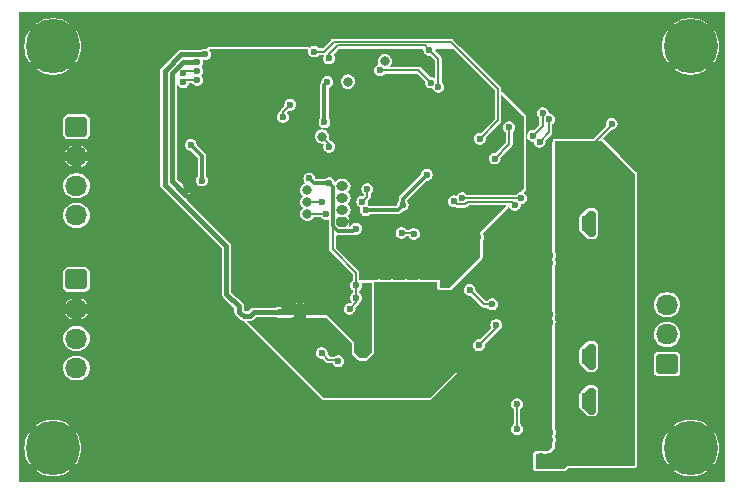
<source format=gbr>
G04 #@! TF.GenerationSoftware,KiCad,Pcbnew,7.0.2*
G04 #@! TF.CreationDate,2023-08-30T11:59:43+08:00*
G04 #@! TF.ProjectId,bldc_driver,626c6463-5f64-4726-9976-65722e6b6963,rev?*
G04 #@! TF.SameCoordinates,PX58b1140PY3750280*
G04 #@! TF.FileFunction,Copper,L2,Bot*
G04 #@! TF.FilePolarity,Positive*
%FSLAX46Y46*%
G04 Gerber Fmt 4.6, Leading zero omitted, Abs format (unit mm)*
G04 Created by KiCad (PCBNEW 7.0.2) date 2023-08-30 11:59:43*
%MOMM*%
%LPD*%
G01*
G04 APERTURE LIST*
G04 Aperture macros list*
%AMRoundRect*
0 Rectangle with rounded corners*
0 $1 Rounding radius*
0 $2 $3 $4 $5 $6 $7 $8 $9 X,Y pos of 4 corners*
0 Add a 4 corners polygon primitive as box body*
4,1,4,$2,$3,$4,$5,$6,$7,$8,$9,$2,$3,0*
0 Add four circle primitives for the rounded corners*
1,1,$1+$1,$2,$3*
1,1,$1+$1,$4,$5*
1,1,$1+$1,$6,$7*
1,1,$1+$1,$8,$9*
0 Add four rect primitives between the rounded corners*
20,1,$1+$1,$2,$3,$4,$5,0*
20,1,$1+$1,$4,$5,$6,$7,0*
20,1,$1+$1,$6,$7,$8,$9,0*
20,1,$1+$1,$8,$9,$2,$3,0*%
G04 Aperture macros list end*
G04 #@! TA.AperFunction,ComponentPad*
%ADD10RoundRect,0.250000X0.675000X-0.600000X0.675000X0.600000X-0.675000X0.600000X-0.675000X-0.600000X0*%
G04 #@! TD*
G04 #@! TA.AperFunction,ComponentPad*
%ADD11O,1.850000X1.700000*%
G04 #@! TD*
G04 #@! TA.AperFunction,ComponentPad*
%ADD12C,4.600000*%
G04 #@! TD*
G04 #@! TA.AperFunction,ComponentPad*
%ADD13RoundRect,0.250000X-0.675000X0.600000X-0.675000X-0.600000X0.675000X-0.600000X0.675000X0.600000X0*%
G04 #@! TD*
G04 #@! TA.AperFunction,ComponentPad*
%ADD14RoundRect,0.200000X0.300000X-0.200000X0.300000X0.200000X-0.300000X0.200000X-0.300000X-0.200000X0*%
G04 #@! TD*
G04 #@! TA.AperFunction,ComponentPad*
%ADD15O,1.000000X0.800000*%
G04 #@! TD*
G04 #@! TA.AperFunction,SMDPad,CuDef*
%ADD16C,1.000000*%
G04 #@! TD*
G04 #@! TA.AperFunction,SMDPad,CuDef*
%ADD17C,0.800000*%
G04 #@! TD*
G04 #@! TA.AperFunction,SMDPad,CuDef*
%ADD18R,1.500000X1.500000*%
G04 #@! TD*
G04 #@! TA.AperFunction,SMDPad,CuDef*
%ADD19C,0.500000*%
G04 #@! TD*
G04 #@! TA.AperFunction,ViaPad*
%ADD20C,0.600000*%
G04 #@! TD*
G04 #@! TA.AperFunction,Conductor*
%ADD21C,0.500000*%
G04 #@! TD*
G04 #@! TA.AperFunction,Conductor*
%ADD22C,0.150000*%
G04 #@! TD*
G04 #@! TA.AperFunction,Conductor*
%ADD23C,0.300000*%
G04 #@! TD*
G04 #@! TA.AperFunction,Conductor*
%ADD24C,0.400000*%
G04 #@! TD*
G04 #@! TA.AperFunction,Conductor*
%ADD25C,0.600000*%
G04 #@! TD*
G04 #@! TA.AperFunction,Conductor*
%ADD26C,0.200000*%
G04 #@! TD*
G04 APERTURE END LIST*
G04 #@! TA.AperFunction,EtchedComponent*
G36*
X24425000Y-26460000D02*
G01*
X23425000Y-26465000D01*
X23425000Y-25255000D01*
X24425000Y-25250000D01*
X24425000Y-26460000D01*
G37*
G04 #@! TD.AperFunction*
G04 #@! TA.AperFunction,EtchedComponent*
G36*
X23125000Y-25750000D02*
G01*
X22125000Y-25750000D01*
X22125000Y-25250000D01*
X23125000Y-25250000D01*
X23125000Y-25750000D01*
G37*
G04 #@! TD.AperFunction*
G04 #@! TA.AperFunction,EtchedComponent*
G36*
X14505330Y-15451777D02*
G01*
X14151777Y-15805330D01*
X13444670Y-15098223D01*
X13798223Y-14744670D01*
X14505330Y-15451777D01*
G37*
G04 #@! TD.AperFunction*
D10*
X55000000Y-29875000D03*
D11*
X55000000Y-27375000D03*
X55000000Y-24875000D03*
D12*
X3000000Y-37000000D03*
X57000000Y-3000000D03*
X57000000Y-37000000D03*
D13*
X5000000Y-9800000D03*
D11*
X5000000Y-12300000D03*
X5000000Y-14800000D03*
X5000000Y-17300000D03*
D12*
X3000000Y-3000000D03*
D14*
X27500000Y-17825000D03*
D15*
X27500000Y-16825000D03*
X27500000Y-15825000D03*
X27500000Y-14825000D03*
D13*
X5000000Y-22725000D03*
D11*
X5000000Y-25225000D03*
X5000000Y-27725000D03*
X5000000Y-30225000D03*
D16*
X23925000Y-26450000D03*
X23925000Y-25250000D03*
D17*
X27975000Y-5975000D03*
X25775000Y-10625000D03*
X24550000Y-17175000D03*
X24550000Y-16175000D03*
X24550000Y-15175000D03*
X31100000Y-4242329D03*
D18*
X46772000Y-19850000D03*
X43978000Y-19850000D03*
D19*
X23125000Y-25500000D03*
X22125000Y-25500000D03*
D18*
X46772000Y-34850000D03*
X43978000Y-34850000D03*
D19*
X14328553Y-15628553D03*
X13621447Y-14921447D03*
D18*
X46772000Y-27400000D03*
X43978000Y-27400000D03*
D20*
X24300000Y-32050000D03*
X21750000Y-32050000D03*
X23650000Y-32050000D03*
X23000000Y-32050000D03*
X22375000Y-32050000D03*
X48275000Y-5000000D03*
X48275000Y-5625000D03*
X48275000Y-4350000D03*
X48275000Y-6250000D03*
X45125000Y-5000000D03*
X45125000Y-3700000D03*
X45125000Y-5625000D03*
X45125000Y-4350000D03*
X45125000Y-6250000D03*
X45075000Y-21300000D03*
X43350000Y-36975000D03*
X41825000Y-35975000D03*
X43175000Y-23625000D03*
X31725000Y-24350000D03*
X11125000Y-19175000D03*
X14275000Y-17875000D03*
X11125000Y-17250000D03*
X24075000Y-27750000D03*
X30600000Y-27775000D03*
X44000000Y-21975000D03*
X34000000Y-24350000D03*
X32875000Y-27775000D03*
X11125000Y-18550000D03*
X35150000Y-24350000D03*
X44650000Y-21975000D03*
X31725000Y-27775000D03*
X34000000Y-25500000D03*
X44900000Y-31125000D03*
X31725000Y-26625000D03*
X26575000Y-27750000D03*
X45075000Y-36300000D03*
X50475000Y-39000000D03*
X34000000Y-26625000D03*
X24325000Y-35200000D03*
X35150000Y-26625000D03*
X14275000Y-19775000D03*
X35150000Y-23225000D03*
X43350000Y-25000000D03*
X28350000Y-33425000D03*
X51100000Y-39000000D03*
X30600000Y-25500000D03*
X32875000Y-26625000D03*
X6675000Y-36450000D03*
X23025000Y-35200000D03*
X35150000Y-27775000D03*
X32875000Y-24350000D03*
X7775000Y-37550000D03*
X44000000Y-25000000D03*
X45072000Y-25675000D03*
X44650000Y-25000000D03*
X49825000Y-39000000D03*
X23675000Y-35200000D03*
X45075000Y-20650000D03*
X32950000Y-31800000D03*
X33800000Y-32525000D03*
X30600000Y-26625000D03*
X11125000Y-19800000D03*
X45075000Y-35675000D03*
X44000000Y-36975000D03*
X21775000Y-35200000D03*
X35150000Y-25500000D03*
X22400000Y-35200000D03*
X14275000Y-18525000D03*
X44650000Y-36975000D03*
X42925000Y-36300000D03*
X34000000Y-27775000D03*
X36500000Y-29100000D03*
X31725000Y-25500000D03*
X42925000Y-25675000D03*
X7775000Y-35350000D03*
X31725000Y-23225000D03*
X34000000Y-23225000D03*
X30600000Y-23225000D03*
X27275000Y-34250000D03*
X23250000Y-26675000D03*
X11125000Y-17900000D03*
X32875000Y-23225000D03*
X43350000Y-21975000D03*
X14275000Y-19150000D03*
X45072000Y-26325000D03*
X42925000Y-21300000D03*
X30600000Y-24350000D03*
X39975000Y-19125000D03*
X32875000Y-25500000D03*
X39675000Y-35875000D03*
X46825000Y-20925000D03*
X47900000Y-20925000D03*
X47900000Y-22575000D03*
X46825000Y-21750000D03*
X46825000Y-22575000D03*
X47900000Y-21750000D03*
X47900000Y-37575000D03*
X46825000Y-35925000D03*
X46825000Y-37575000D03*
X47900000Y-36750000D03*
X47900000Y-35925000D03*
X46825000Y-36750000D03*
X48275000Y-13000000D03*
X48275000Y-11700000D03*
X48275000Y-13625000D03*
X48275000Y-12350000D03*
X48275000Y-14250000D03*
X44850000Y-37825000D03*
X50307007Y-9550000D03*
X46825000Y-26325000D03*
X46825000Y-24675000D03*
X47900000Y-26325000D03*
X45425000Y-38150000D03*
X44200000Y-37825000D03*
X47900000Y-25500000D03*
X46825000Y-25500000D03*
X47900000Y-24675000D03*
X44200000Y-38475000D03*
X44850000Y-38475000D03*
X25750000Y-28950000D03*
X27150000Y-29650000D03*
X15625000Y-14350000D03*
X14675000Y-11325000D03*
X30625000Y-21300000D03*
X37800000Y-8400000D03*
X38900000Y-11725000D03*
X37800000Y-7350000D03*
X21025000Y-12075000D03*
X13825000Y-6850000D03*
X36625000Y-17850000D03*
X19037500Y-9375000D03*
X33850000Y-7150000D03*
X41450000Y-8500000D03*
X22925000Y-25175000D03*
X37950000Y-19125000D03*
X39025000Y-19125000D03*
X28850000Y-12150000D03*
X36900000Y-19125000D03*
X35450000Y-13850000D03*
X34625000Y-21300000D03*
X39450000Y-6550000D03*
X35400000Y-19300000D03*
X33850000Y-12150000D03*
X29250000Y-29100000D03*
X19425000Y-25175000D03*
X13825000Y-11325000D03*
X37800000Y-9450000D03*
X32600000Y-3425000D03*
X21024999Y-13400000D03*
X31350000Y-9650000D03*
X37800000Y-6400000D03*
X29100000Y-3425000D03*
X27475000Y-19775000D03*
X28850000Y-7150000D03*
X17175000Y-11425000D03*
X28675000Y-25750000D03*
X26550000Y-13750000D03*
X30075000Y-3425000D03*
X20099999Y-16200000D03*
X26525000Y-5000000D03*
X29900000Y-19300000D03*
X20724999Y-18475000D03*
X24725000Y-14175000D03*
X28675000Y-23225000D03*
X26250000Y-6000000D03*
X32625000Y-16425000D03*
X28675000Y-24275000D03*
X28125000Y-25225000D03*
X29475000Y-16850000D03*
X26000000Y-9424000D03*
X26400000Y-14575000D03*
X34650000Y-13850000D03*
X28675000Y-18425000D03*
X48675000Y-32175000D03*
X48075000Y-32575000D03*
X48675000Y-33000000D03*
X48675000Y-33825000D03*
X48075000Y-33400000D03*
X48075000Y-29650000D03*
X48675000Y-29250000D03*
X48075000Y-28825000D03*
X48675000Y-30075000D03*
X48675000Y-28425000D03*
X48675000Y-18825000D03*
X48075000Y-18400000D03*
X48075000Y-17575000D03*
X48675000Y-18000000D03*
X48675000Y-17175000D03*
X34872449Y-3276429D03*
X26375000Y-4000000D03*
X35650000Y-6425000D03*
X30700000Y-5000000D03*
X41632671Y-9842329D03*
X40400000Y-12490000D03*
X35000000Y-6050000D03*
X15225000Y-4323500D03*
X14026500Y-5275000D03*
X15225000Y-5072003D03*
X14024951Y-6023501D03*
X15225000Y-5825000D03*
X29624000Y-15079476D03*
X29204468Y-16145532D03*
X24550000Y-15175000D03*
X25800000Y-16175000D03*
X26100000Y-17175000D03*
X33576500Y-18870171D03*
X32521622Y-18786965D03*
X22475000Y-8971000D03*
X23100000Y-7923500D03*
X38279829Y-23604829D03*
X40200000Y-24825000D03*
X42300000Y-33275000D03*
X42300000Y-35395540D03*
X40550000Y-26575000D03*
X39066579Y-28281921D03*
X15875000Y-3675000D03*
X42110221Y-16393377D03*
X45007766Y-9171694D03*
X36974641Y-16110472D03*
X44209187Y-11075973D03*
X43655898Y-10569102D03*
X42625000Y-15850000D03*
X37675802Y-15848500D03*
X44478495Y-8642423D03*
X25125000Y-3425000D03*
X39150000Y-10800000D03*
X27975000Y-5975000D03*
X26390105Y-11475414D03*
X31092329Y-4250000D03*
D21*
X23925000Y-26350000D02*
X24425000Y-26350000D01*
X23925000Y-26350000D02*
X23450000Y-26350000D01*
D22*
X48275000Y-11700000D02*
X50307007Y-9667993D01*
X50307007Y-9667993D02*
X50307007Y-9550000D01*
D23*
X15625000Y-12275000D02*
X14675000Y-11325000D01*
D22*
X27025000Y-29525000D02*
X27150000Y-29650000D01*
D23*
X15625000Y-14350000D02*
X15625000Y-12275000D01*
D22*
X26325000Y-29525000D02*
X27025000Y-29525000D01*
X26325000Y-29525000D02*
X25750000Y-28950000D01*
D21*
X23925000Y-25250000D02*
X23925000Y-24475000D01*
D24*
X14328553Y-15628553D02*
X14850000Y-16150000D01*
X23675000Y-25500000D02*
X23925000Y-25250000D01*
X23125000Y-25500000D02*
X23675000Y-25500000D01*
D21*
X23275000Y-25350000D02*
X24650000Y-25350000D01*
D22*
X28675000Y-24675000D02*
X28675000Y-24275000D01*
D23*
X26000000Y-6250000D02*
X26250000Y-6000000D01*
D22*
X28675000Y-24275000D02*
X28675000Y-23225000D01*
D23*
X32625000Y-16425000D02*
X32625000Y-15875000D01*
X32625000Y-15875000D02*
X34650000Y-13850000D01*
X26698511Y-14873511D02*
X26698511Y-18228524D01*
D22*
X28675000Y-22150000D02*
X26698511Y-20173511D01*
X26698511Y-20173511D02*
X26698511Y-18228524D01*
D23*
X28450000Y-18650000D02*
X28675000Y-18425000D01*
X27119987Y-18650000D02*
X26698511Y-18228524D01*
X32200000Y-16850000D02*
X32625000Y-16425000D01*
X26000000Y-9424000D02*
X26000000Y-6250000D01*
X25125000Y-14575000D02*
X24725000Y-14175000D01*
X26400000Y-14575000D02*
X26698511Y-14873511D01*
X26400000Y-14575000D02*
X25125000Y-14575000D01*
D22*
X28125000Y-25225000D02*
X28675000Y-24675000D01*
X28675000Y-23225000D02*
X28675000Y-22150000D01*
D23*
X29475000Y-16850000D02*
X32200000Y-16850000D01*
X28450000Y-18650000D02*
X27119987Y-18650000D01*
D25*
X48500000Y-33825000D02*
X48075000Y-33400000D01*
X48475000Y-32175000D02*
X48075000Y-32575000D01*
X48075000Y-32575000D02*
X48075000Y-33400000D01*
X48675000Y-32175000D02*
X48475000Y-32175000D01*
X48675000Y-32175000D02*
X48675000Y-33825000D01*
X48675000Y-33825000D02*
X48500000Y-33825000D01*
X48675000Y-28425000D02*
X48475000Y-28425000D01*
X48475000Y-28425000D02*
X48075000Y-28825000D01*
X48500000Y-30075000D02*
X48075000Y-29650000D01*
X48075000Y-28825000D02*
X48075000Y-29650000D01*
X48675000Y-29250000D02*
X48675000Y-30075000D01*
X48675000Y-28425000D02*
X48675000Y-29250000D01*
X48675000Y-30075000D02*
X48500000Y-30075000D01*
X48475000Y-17175000D02*
X48075000Y-17575000D01*
X48675000Y-18825000D02*
X48500000Y-18825000D01*
X48500000Y-18825000D02*
X48075000Y-18400000D01*
X48675000Y-17175000D02*
X48475000Y-17175000D01*
X48675000Y-17175000D02*
X48675000Y-18825000D01*
X48075000Y-17575000D02*
X48075000Y-18400000D01*
D22*
X34497020Y-2901000D02*
X34872449Y-3276429D01*
X26375000Y-3650000D02*
X27124000Y-2901000D01*
X26375000Y-4000000D02*
X26375000Y-3650000D01*
X35650000Y-4053980D02*
X34872449Y-3276429D01*
X35650000Y-6425000D02*
X35650000Y-4053980D01*
X27124000Y-2901000D02*
X34497020Y-2901000D01*
D26*
X35000000Y-6050000D02*
X33950000Y-5000000D01*
X33950000Y-5000000D02*
X30700000Y-5000000D01*
X40400000Y-12490000D02*
X41632671Y-11257329D01*
X41632671Y-11257329D02*
X41632671Y-9842329D01*
D24*
X13100000Y-5275362D02*
X13100000Y-14400000D01*
X15225000Y-4323500D02*
X14051862Y-4323500D01*
X13100000Y-14400000D02*
X13621447Y-14921447D01*
X14051862Y-4323500D02*
X13100000Y-5275362D01*
D22*
X15225000Y-5072003D02*
X14229497Y-5072003D01*
X14229497Y-5072003D02*
X14026500Y-5275000D01*
X15225000Y-5825000D02*
X14223452Y-5825000D01*
X14223452Y-5825000D02*
X14024951Y-6023501D01*
X29624000Y-15079476D02*
X29624000Y-15726000D01*
X29624000Y-15726000D02*
X29204468Y-16145532D01*
X25800000Y-16175000D02*
X24550000Y-16175000D01*
X26100000Y-17175000D02*
X24550000Y-17175000D01*
X33493294Y-18786965D02*
X33576500Y-18870171D01*
X32521622Y-18786965D02*
X33493294Y-18786965D01*
X22475000Y-8971000D02*
X22475000Y-8548500D01*
X22475000Y-8548500D02*
X23100000Y-7923500D01*
X39500000Y-24825000D02*
X40200000Y-24825000D01*
X38279829Y-23604829D02*
X39500000Y-24825000D01*
X42300000Y-35395540D02*
X42300000Y-33275000D01*
X40550000Y-26798500D02*
X40550000Y-26575000D01*
X39066579Y-28281921D02*
X40550000Y-26798500D01*
D24*
X13875000Y-3675000D02*
X15875000Y-3675000D01*
X19156377Y-25823511D02*
X18775000Y-25442134D01*
X20050000Y-25500000D02*
X19726489Y-25823511D01*
X17700000Y-23925000D02*
X17700000Y-19925000D01*
X12475000Y-14700000D02*
X12475000Y-5075000D01*
X17700000Y-19925000D02*
X12475000Y-14700000D01*
X19726489Y-25823511D02*
X19156377Y-25823511D01*
X18775000Y-25000000D02*
X17700000Y-23925000D01*
X18775000Y-25442134D02*
X18775000Y-25000000D01*
X12475000Y-5075000D02*
X13875000Y-3675000D01*
X22125000Y-25500000D02*
X20050000Y-25500000D01*
D22*
X45007766Y-9171694D02*
X45007766Y-10277394D01*
X38115350Y-16150000D02*
X41866844Y-16150000D01*
X37892850Y-16372500D02*
X38115350Y-16150000D01*
X36974641Y-16110472D02*
X37236669Y-16372500D01*
X37236669Y-16372500D02*
X37892850Y-16372500D01*
X45007766Y-10277394D02*
X44209187Y-11075973D01*
X41866844Y-16150000D02*
X42110221Y-16393377D01*
X37675802Y-15848500D02*
X41023500Y-15848500D01*
X41023500Y-15848500D02*
X41025000Y-15850000D01*
X44478495Y-9746505D02*
X43655898Y-10569102D01*
X44478495Y-8642423D02*
X44478495Y-9746505D01*
X41025000Y-15850000D02*
X42625000Y-15850000D01*
X26773000Y-2602000D02*
X36702000Y-2602000D01*
X40700000Y-9250000D02*
X40700000Y-6600000D01*
X25125000Y-3425000D02*
X25950000Y-3425000D01*
X39150000Y-10800000D02*
X40700000Y-9250000D01*
X25950000Y-3425000D02*
X26773000Y-2602000D01*
X36702000Y-2602000D02*
X40700000Y-6600000D01*
X26390105Y-11475414D02*
X26390105Y-11240105D01*
X26390105Y-11240105D02*
X25775000Y-10625000D01*
G04 #@! TA.AperFunction,Conductor*
G36*
X24622613Y-3264352D02*
G01*
X24636965Y-3299000D01*
X24636466Y-3305973D01*
X24619352Y-3425000D01*
X24639834Y-3567454D01*
X24639834Y-3567455D01*
X24639835Y-3567457D01*
X24680859Y-3657285D01*
X24699623Y-3698373D01*
X24777849Y-3788652D01*
X24793872Y-3807143D01*
X24914947Y-3884953D01*
X25053039Y-3925500D01*
X25196961Y-3925500D01*
X25335053Y-3884953D01*
X25456128Y-3807143D01*
X25533879Y-3717412D01*
X25567416Y-3700625D01*
X25570912Y-3700500D01*
X25885309Y-3700500D01*
X25919957Y-3714852D01*
X25934309Y-3749500D01*
X25929881Y-3769856D01*
X25889834Y-3857545D01*
X25869352Y-3999999D01*
X25889834Y-4142454D01*
X25889834Y-4142455D01*
X25889835Y-4142457D01*
X25949623Y-4273373D01*
X26043872Y-4382143D01*
X26164947Y-4459953D01*
X26303039Y-4500500D01*
X26446961Y-4500500D01*
X26585053Y-4459953D01*
X26706128Y-4382143D01*
X26800377Y-4273373D01*
X26860165Y-4142457D01*
X26880647Y-4000000D01*
X26860165Y-3857543D01*
X26800377Y-3726627D01*
X26778075Y-3700889D01*
X26766233Y-3665306D01*
X26780459Y-3634155D01*
X27150263Y-3264352D01*
X27184912Y-3250000D01*
X34320543Y-3250000D01*
X34355191Y-3264352D01*
X34369044Y-3292027D01*
X34387283Y-3418883D01*
X34387283Y-3418884D01*
X34387284Y-3418886D01*
X34447072Y-3549802D01*
X34541321Y-3658572D01*
X34662396Y-3736382D01*
X34800488Y-3776929D01*
X34944409Y-3776929D01*
X34944410Y-3776929D01*
X34946602Y-3776285D01*
X34983890Y-3780293D01*
X34995056Y-3788652D01*
X35360148Y-4153744D01*
X35374500Y-4188391D01*
X35374500Y-5605993D01*
X35360148Y-5640641D01*
X35325500Y-5654993D01*
X35299009Y-5647215D01*
X35210052Y-5590046D01*
X35071961Y-5549500D01*
X34944767Y-5549500D01*
X34910119Y-5535148D01*
X34202799Y-4827828D01*
X34194442Y-4816214D01*
X34193958Y-4815773D01*
X34193958Y-4815772D01*
X34158391Y-4783348D01*
X34156776Y-4781805D01*
X34142798Y-4767826D01*
X34139840Y-4765800D01*
X34134523Y-4761588D01*
X34110932Y-4740083D01*
X34096354Y-4734435D01*
X34086366Y-4729170D01*
X34073481Y-4720343D01*
X34042420Y-4713038D01*
X34035938Y-4711031D01*
X34006173Y-4699500D01*
X33990546Y-4699500D01*
X33979327Y-4698198D01*
X33977073Y-4697668D01*
X33964118Y-4694620D01*
X33932513Y-4699030D01*
X33925743Y-4699500D01*
X31605476Y-4699500D01*
X31570828Y-4685148D01*
X31556476Y-4650500D01*
X31566602Y-4620671D01*
X31568761Y-4617857D01*
X31624536Y-4545170D01*
X31685044Y-4399091D01*
X31705682Y-4242329D01*
X31685044Y-4085567D01*
X31624536Y-3939488D01*
X31582690Y-3884953D01*
X31528282Y-3814046D01*
X31402842Y-3717794D01*
X31402841Y-3717793D01*
X31256762Y-3657285D01*
X31100000Y-3636647D01*
X30943237Y-3657285D01*
X30900470Y-3675000D01*
X30804260Y-3714852D01*
X30797157Y-3717794D01*
X30671717Y-3814046D01*
X30575465Y-3939486D01*
X30514956Y-4085566D01*
X30494318Y-4242329D01*
X30514956Y-4399091D01*
X30543423Y-4467816D01*
X30543423Y-4505319D01*
X30516905Y-4531838D01*
X30511960Y-4533583D01*
X30489946Y-4540047D01*
X30368871Y-4617857D01*
X30274623Y-4726626D01*
X30214834Y-4857545D01*
X30194352Y-5000000D01*
X30214834Y-5142454D01*
X30274623Y-5273373D01*
X30338856Y-5347503D01*
X30368872Y-5382143D01*
X30489947Y-5459953D01*
X30628039Y-5500500D01*
X30771961Y-5500500D01*
X30910053Y-5459953D01*
X31031128Y-5382143D01*
X31087217Y-5317412D01*
X31120754Y-5300625D01*
X31124250Y-5300500D01*
X33805233Y-5300500D01*
X33839881Y-5314852D01*
X34487150Y-5962121D01*
X34501502Y-5996769D01*
X34501003Y-6003742D01*
X34494352Y-6049999D01*
X34514834Y-6192454D01*
X34514834Y-6192455D01*
X34514835Y-6192457D01*
X34555976Y-6282543D01*
X34574623Y-6323373D01*
X34662682Y-6425000D01*
X34668872Y-6432143D01*
X34789947Y-6509953D01*
X34928039Y-6550500D01*
X35071960Y-6550500D01*
X35071961Y-6550500D01*
X35106288Y-6540420D01*
X35143573Y-6544428D01*
X35164663Y-6567080D01*
X35224622Y-6698372D01*
X35224623Y-6698373D01*
X35318872Y-6807143D01*
X35439947Y-6884953D01*
X35578039Y-6925500D01*
X35721961Y-6925500D01*
X35860053Y-6884953D01*
X35981128Y-6807143D01*
X36075377Y-6698373D01*
X36135165Y-6567457D01*
X36155647Y-6425000D01*
X36135165Y-6282543D01*
X36075377Y-6151627D01*
X36025386Y-6093934D01*
X35981126Y-6042854D01*
X35948008Y-6021571D01*
X35926619Y-5990766D01*
X35925499Y-5980350D01*
X35925499Y-5072003D01*
X35925499Y-4085925D01*
X35926439Y-4076388D01*
X35930897Y-4053980D01*
X35925500Y-4026847D01*
X35909515Y-3946485D01*
X35881471Y-3904514D01*
X35868401Y-3884953D01*
X35861316Y-3874349D01*
X35861309Y-3874341D01*
X35848624Y-3855356D01*
X35829634Y-3842667D01*
X35822209Y-3836573D01*
X35380853Y-3395217D01*
X35366501Y-3360569D01*
X35366998Y-3353608D01*
X35373848Y-3305973D01*
X35375854Y-3292025D01*
X35394991Y-3259773D01*
X35424355Y-3250000D01*
X36940088Y-3250000D01*
X36974736Y-3264352D01*
X40410148Y-6699764D01*
X40424500Y-6734412D01*
X40424499Y-9115587D01*
X40410147Y-9150235D01*
X39272606Y-10287776D01*
X39237958Y-10302128D01*
X39224156Y-10300144D01*
X39221962Y-10299500D01*
X39221961Y-10299500D01*
X39078039Y-10299500D01*
X38939947Y-10340046D01*
X38818871Y-10417857D01*
X38724623Y-10526626D01*
X38664834Y-10657545D01*
X38644352Y-10800000D01*
X38664834Y-10942454D01*
X38664834Y-10942455D01*
X38664835Y-10942457D01*
X38724623Y-11073373D01*
X38818872Y-11182143D01*
X38939947Y-11259953D01*
X39078039Y-11300500D01*
X39221961Y-11300500D01*
X39360053Y-11259953D01*
X39481128Y-11182143D01*
X39575377Y-11073373D01*
X39635165Y-10942457D01*
X39655647Y-10800000D01*
X39644551Y-10722830D01*
X39653825Y-10686494D01*
X39658397Y-10681217D01*
X40872212Y-9467402D01*
X40879628Y-9461315D01*
X40898624Y-9448624D01*
X40915078Y-9424000D01*
X40946821Y-9376492D01*
X40959515Y-9357495D01*
X40966638Y-9321683D01*
X40976442Y-9272400D01*
X40976442Y-9272396D01*
X40980897Y-9250000D01*
X40976441Y-9227599D01*
X40975499Y-9218049D01*
X40975499Y-7110800D01*
X40989852Y-7076152D01*
X41024500Y-7061800D01*
X41059146Y-7076151D01*
X42835725Y-8860661D01*
X42850000Y-8895232D01*
X42850000Y-15029703D01*
X42835648Y-15064351D01*
X42558287Y-15341711D01*
X42537444Y-15354078D01*
X42414947Y-15390046D01*
X42293871Y-15467857D01*
X42216120Y-15557588D01*
X42182584Y-15574375D01*
X42179088Y-15574500D01*
X41062998Y-15574500D01*
X41053440Y-15573558D01*
X41050633Y-15573000D01*
X41050632Y-15573000D01*
X41048568Y-15572589D01*
X41045897Y-15572058D01*
X41023500Y-15567602D01*
X41001103Y-15572058D01*
X40991543Y-15573000D01*
X38121714Y-15573000D01*
X38087066Y-15558648D01*
X38084682Y-15556088D01*
X38006930Y-15466357D01*
X37885854Y-15388546D01*
X37747763Y-15348000D01*
X37603841Y-15348000D01*
X37465749Y-15388546D01*
X37344673Y-15466357D01*
X37250425Y-15575126D01*
X37229931Y-15620001D01*
X37202482Y-15645556D01*
X37171554Y-15646660D01*
X37046602Y-15609972D01*
X36902680Y-15609972D01*
X36764588Y-15650518D01*
X36643512Y-15728329D01*
X36549264Y-15837098D01*
X36489475Y-15968017D01*
X36468993Y-16110471D01*
X36489475Y-16252926D01*
X36489475Y-16252927D01*
X36489476Y-16252929D01*
X36515518Y-16309953D01*
X36549264Y-16383845D01*
X36622058Y-16467855D01*
X36643513Y-16492615D01*
X36764588Y-16570425D01*
X36902680Y-16610972D01*
X37046602Y-16610972D01*
X37060104Y-16607007D01*
X37097392Y-16611013D01*
X37101132Y-16613277D01*
X37129175Y-16632016D01*
X37236669Y-16653397D01*
X37259072Y-16648940D01*
X37268631Y-16648000D01*
X37860893Y-16648000D01*
X37870453Y-16648942D01*
X37892849Y-16653397D01*
X37892849Y-16653396D01*
X37892850Y-16653397D01*
X37906361Y-16650709D01*
X37915247Y-16648942D01*
X37915252Y-16648941D01*
X37919983Y-16648000D01*
X38000345Y-16632015D01*
X38052440Y-16597206D01*
X38068472Y-16586494D01*
X38068472Y-16586492D01*
X38073770Y-16582953D01*
X38073771Y-16582951D01*
X38091474Y-16571124D01*
X38104166Y-16552126D01*
X38110246Y-16544718D01*
X38215115Y-16439850D01*
X38249762Y-16425500D01*
X41356204Y-16425500D01*
X41390852Y-16439852D01*
X41405204Y-16474500D01*
X41390852Y-16509148D01*
X39200000Y-18699999D01*
X39200000Y-20829704D01*
X39185648Y-20864352D01*
X36614352Y-23435648D01*
X36579704Y-23450000D01*
X35799000Y-23450000D01*
X35764352Y-23435648D01*
X35750000Y-23401000D01*
X35750000Y-22750000D01*
X35315852Y-22750000D01*
X35302047Y-22748015D01*
X35221961Y-22724500D01*
X35078039Y-22724500D01*
X34997953Y-22748015D01*
X34984148Y-22750000D01*
X34165852Y-22750000D01*
X34152047Y-22748015D01*
X34071961Y-22724500D01*
X33928039Y-22724500D01*
X33847953Y-22748015D01*
X33834148Y-22750000D01*
X33040852Y-22750000D01*
X33027047Y-22748015D01*
X32946961Y-22724500D01*
X32803039Y-22724500D01*
X32722953Y-22748015D01*
X32709148Y-22750000D01*
X31890852Y-22750000D01*
X31877047Y-22748015D01*
X31796961Y-22724500D01*
X31653039Y-22724500D01*
X31572953Y-22748015D01*
X31559148Y-22750000D01*
X30765852Y-22750000D01*
X30752047Y-22748015D01*
X30671961Y-22724500D01*
X30528039Y-22724500D01*
X30447953Y-22748015D01*
X30434148Y-22750000D01*
X28999500Y-22750000D01*
X28964852Y-22735648D01*
X28950500Y-22701000D01*
X28950500Y-22181960D01*
X28951441Y-22172401D01*
X28955897Y-22150000D01*
X28934516Y-22042506D01*
X28889410Y-21975000D01*
X28886316Y-21970369D01*
X28886309Y-21970361D01*
X28873623Y-21951375D01*
X28854634Y-21938687D01*
X28847209Y-21932593D01*
X26988363Y-20073747D01*
X26974011Y-20039099D01*
X26974011Y-19039093D01*
X26988363Y-19004445D01*
X27023011Y-18990093D01*
X27038919Y-18992748D01*
X27050681Y-18996786D01*
X27061498Y-19000500D01*
X27061499Y-19000500D01*
X27061783Y-19000500D01*
X27075763Y-19002536D01*
X27076033Y-19002617D01*
X27126203Y-19000542D01*
X27128228Y-19000500D01*
X28408567Y-19000500D01*
X28418623Y-19001543D01*
X28435315Y-19005043D01*
X28468743Y-19000875D01*
X28474803Y-19000500D01*
X28479038Y-19000500D01*
X28479040Y-19000500D01*
X28499561Y-18997075D01*
X28501531Y-18996788D01*
X28551393Y-18990573D01*
X28551645Y-18990449D01*
X28565106Y-18986137D01*
X28565381Y-18986092D01*
X28609580Y-18962171D01*
X28611310Y-18961280D01*
X28656484Y-18939198D01*
X28656485Y-18939196D01*
X28663833Y-18935605D01*
X28664212Y-18936380D01*
X28690479Y-18925500D01*
X28746961Y-18925500D01*
X28885053Y-18884953D01*
X29006128Y-18807143D01*
X29023612Y-18786965D01*
X32015974Y-18786965D01*
X32036456Y-18929419D01*
X32036456Y-18929420D01*
X32036457Y-18929422D01*
X32070719Y-19004445D01*
X32096245Y-19060338D01*
X32152274Y-19125000D01*
X32190494Y-19169108D01*
X32311569Y-19246918D01*
X32449661Y-19287465D01*
X32593583Y-19287465D01*
X32731675Y-19246918D01*
X32852750Y-19169108D01*
X32930501Y-19079377D01*
X32964038Y-19062590D01*
X32967534Y-19062465D01*
X33082605Y-19062465D01*
X33117253Y-19076817D01*
X33127175Y-19091106D01*
X33151123Y-19143544D01*
X33245372Y-19252314D01*
X33366447Y-19330124D01*
X33504539Y-19370671D01*
X33648461Y-19370671D01*
X33786553Y-19330124D01*
X33907628Y-19252314D01*
X34001877Y-19143544D01*
X34061665Y-19012628D01*
X34082147Y-18870171D01*
X34061665Y-18727714D01*
X34001877Y-18596798D01*
X33907628Y-18488028D01*
X33825127Y-18435008D01*
X33786552Y-18410217D01*
X33648461Y-18369671D01*
X33504539Y-18369671D01*
X33366445Y-18410218D01*
X33245373Y-18488026D01*
X33242784Y-18491014D01*
X33239717Y-18494553D01*
X33206183Y-18511340D01*
X33202687Y-18511465D01*
X32967534Y-18511465D01*
X32932886Y-18497113D01*
X32930502Y-18494553D01*
X32852750Y-18404822D01*
X32731674Y-18327011D01*
X32593583Y-18286465D01*
X32449661Y-18286465D01*
X32311569Y-18327011D01*
X32190493Y-18404822D01*
X32096245Y-18513591D01*
X32036456Y-18644510D01*
X32015974Y-18786965D01*
X29023612Y-18786965D01*
X29100377Y-18698373D01*
X29160165Y-18567457D01*
X29180647Y-18425000D01*
X29160165Y-18282543D01*
X29100377Y-18151627D01*
X29006128Y-18042857D01*
X28954732Y-18009827D01*
X28885052Y-17965046D01*
X28746961Y-17924500D01*
X28603039Y-17924500D01*
X28464947Y-17965046D01*
X28343871Y-18042857D01*
X28249623Y-18151626D01*
X28195172Y-18270856D01*
X28167723Y-18296411D01*
X28150600Y-18299500D01*
X28068061Y-18299500D01*
X28033413Y-18285148D01*
X28019061Y-18250500D01*
X28033413Y-18215852D01*
X28051786Y-18197478D01*
X28097090Y-18094873D01*
X28099835Y-18071214D01*
X28100000Y-18068372D01*
X28100000Y-17950000D01*
X27661786Y-17950000D01*
X27700000Y-17870649D01*
X27700000Y-17779351D01*
X27661786Y-17700000D01*
X28099999Y-17700000D01*
X28099999Y-17581613D01*
X28099837Y-17578814D01*
X28097090Y-17555123D01*
X28051786Y-17452521D01*
X27968354Y-17369089D01*
X27954002Y-17334441D01*
X27968354Y-17299793D01*
X27973150Y-17295586D01*
X28028282Y-17253282D01*
X28124536Y-17127841D01*
X28185044Y-16981762D01*
X28205682Y-16825000D01*
X28185044Y-16668238D01*
X28124536Y-16522159D01*
X28061379Y-16439851D01*
X28028284Y-16396720D01*
X28028282Y-16396719D01*
X28028282Y-16396718D01*
X27985476Y-16363872D01*
X27966726Y-16331396D01*
X27976432Y-16295171D01*
X27985471Y-16286131D01*
X28028282Y-16253282D01*
X28110961Y-16145532D01*
X28698820Y-16145532D01*
X28719302Y-16287986D01*
X28719302Y-16287987D01*
X28719303Y-16287989D01*
X28763487Y-16384738D01*
X28779091Y-16418905D01*
X28842960Y-16492615D01*
X28873340Y-16527675D01*
X28991189Y-16603412D01*
X29012577Y-16634216D01*
X29009269Y-16664987D01*
X28989834Y-16707543D01*
X28969352Y-16849999D01*
X28989834Y-16992454D01*
X28989834Y-16992455D01*
X28989835Y-16992457D01*
X29049623Y-17123373D01*
X29143872Y-17232143D01*
X29264947Y-17309953D01*
X29403039Y-17350500D01*
X29546961Y-17350500D01*
X29685053Y-17309953D01*
X29806128Y-17232143D01*
X29813863Y-17223215D01*
X29818894Y-17217411D01*
X29852430Y-17200625D01*
X29855925Y-17200500D01*
X32158567Y-17200500D01*
X32168623Y-17201543D01*
X32185315Y-17205043D01*
X32218743Y-17200875D01*
X32224803Y-17200500D01*
X32229038Y-17200500D01*
X32229040Y-17200500D01*
X32249561Y-17197075D01*
X32251531Y-17196788D01*
X32301393Y-17190573D01*
X32301645Y-17190449D01*
X32315106Y-17186137D01*
X32315381Y-17186092D01*
X32359580Y-17162171D01*
X32361310Y-17161280D01*
X32406484Y-17139198D01*
X32406681Y-17139000D01*
X32418015Y-17130549D01*
X32418258Y-17130418D01*
X32452297Y-17093440D01*
X32453653Y-17092027D01*
X32605829Y-16939852D01*
X32640478Y-16925500D01*
X32696961Y-16925500D01*
X32835053Y-16884953D01*
X32956128Y-16807143D01*
X33050377Y-16698373D01*
X33110165Y-16567457D01*
X33130647Y-16425000D01*
X33110165Y-16282543D01*
X33050377Y-16151627D01*
X32987466Y-16079023D01*
X32975499Y-16046937D01*
X32975499Y-16040475D01*
X32989850Y-16005830D01*
X34630829Y-14364852D01*
X34665478Y-14350500D01*
X34721961Y-14350500D01*
X34860053Y-14309953D01*
X34981128Y-14232143D01*
X35075377Y-14123373D01*
X35135165Y-13992457D01*
X35155647Y-13850000D01*
X35135165Y-13707543D01*
X35075377Y-13576627D01*
X34981128Y-13467857D01*
X34981127Y-13467857D01*
X34860052Y-13390046D01*
X34721961Y-13349500D01*
X34578039Y-13349500D01*
X34439947Y-13390046D01*
X34318871Y-13467857D01*
X34224623Y-13576626D01*
X34164834Y-13707544D01*
X34144999Y-13845496D01*
X34131146Y-13873170D01*
X32406454Y-15597862D01*
X32398608Y-15604234D01*
X32384330Y-15613562D01*
X32363643Y-15640141D01*
X32359633Y-15644683D01*
X32356628Y-15647689D01*
X32344544Y-15664612D01*
X32343336Y-15666232D01*
X32312481Y-15705875D01*
X32312387Y-15706151D01*
X32305930Y-15718695D01*
X32305759Y-15718933D01*
X32291423Y-15767083D01*
X32290806Y-15769009D01*
X32274500Y-15816510D01*
X32274500Y-15816796D01*
X32272463Y-15830778D01*
X32272382Y-15831046D01*
X32274458Y-15881215D01*
X32274500Y-15883240D01*
X32274500Y-16046937D01*
X32262532Y-16079025D01*
X32199623Y-16151626D01*
X32139834Y-16282544D01*
X32119999Y-16420496D01*
X32106147Y-16448169D01*
X32069171Y-16485147D01*
X32034523Y-16499500D01*
X29855925Y-16499500D01*
X29821277Y-16485148D01*
X29818894Y-16482589D01*
X29806126Y-16467855D01*
X29688279Y-16392119D01*
X29666890Y-16361314D01*
X29670198Y-16330542D01*
X29689633Y-16287989D01*
X29710115Y-16145532D01*
X29699019Y-16068362D01*
X29708293Y-16032026D01*
X29712865Y-16026749D01*
X29796212Y-15943402D01*
X29803628Y-15937315D01*
X29822624Y-15924624D01*
X29828896Y-15915238D01*
X29839413Y-15899500D01*
X29871847Y-15850958D01*
X29877681Y-15842226D01*
X29883515Y-15833495D01*
X29888025Y-15810817D01*
X29900442Y-15748400D01*
X29900442Y-15748396D01*
X29904897Y-15726000D01*
X29900440Y-15703597D01*
X29899500Y-15694039D01*
X29899500Y-15524124D01*
X29913852Y-15489476D01*
X29922010Y-15482902D01*
X29929885Y-15477841D01*
X29955128Y-15461619D01*
X30049377Y-15352849D01*
X30109165Y-15221933D01*
X30129647Y-15079476D01*
X30109165Y-14937019D01*
X30049377Y-14806103D01*
X29955128Y-14697333D01*
X29882200Y-14650465D01*
X29834052Y-14619522D01*
X29695961Y-14578976D01*
X29552039Y-14578976D01*
X29413947Y-14619522D01*
X29292871Y-14697333D01*
X29198623Y-14806102D01*
X29138834Y-14937021D01*
X29118352Y-15079475D01*
X29138834Y-15221930D01*
X29138834Y-15221931D01*
X29138835Y-15221933D01*
X29198623Y-15352849D01*
X29292872Y-15461619D01*
X29325990Y-15482902D01*
X29347379Y-15513708D01*
X29348499Y-15524124D01*
X29348499Y-15591588D01*
X29334147Y-15626235D01*
X29327072Y-15633311D01*
X29292423Y-15647660D01*
X29278624Y-15645676D01*
X29276430Y-15645032D01*
X29276429Y-15645032D01*
X29132507Y-15645032D01*
X28994415Y-15685578D01*
X28873339Y-15763389D01*
X28779091Y-15872158D01*
X28719302Y-16003077D01*
X28698820Y-16145532D01*
X28110961Y-16145532D01*
X28124536Y-16127841D01*
X28185044Y-15981762D01*
X28205682Y-15825000D01*
X28185044Y-15668238D01*
X28124536Y-15522159D01*
X28049360Y-15424187D01*
X28028284Y-15396720D01*
X28028282Y-15396719D01*
X28028282Y-15396718D01*
X27985476Y-15363872D01*
X27966726Y-15331396D01*
X27976432Y-15295171D01*
X27985471Y-15286131D01*
X28028282Y-15253282D01*
X28124536Y-15127841D01*
X28185044Y-14981762D01*
X28205682Y-14825000D01*
X28185044Y-14668238D01*
X28124536Y-14522159D01*
X28057587Y-14434909D01*
X28028282Y-14396717D01*
X27915207Y-14309953D01*
X27902841Y-14300464D01*
X27756762Y-14239956D01*
X27640945Y-14224708D01*
X27640936Y-14224707D01*
X27639361Y-14224500D01*
X27360639Y-14224500D01*
X27359064Y-14224707D01*
X27359054Y-14224708D01*
X27243237Y-14239956D01*
X27097157Y-14300465D01*
X26971719Y-14396716D01*
X26956801Y-14416158D01*
X26924322Y-14434909D01*
X26888097Y-14425202D01*
X26873355Y-14406684D01*
X26868804Y-14396718D01*
X26825377Y-14301627D01*
X26731128Y-14192857D01*
X26623009Y-14123373D01*
X26610052Y-14115046D01*
X26471961Y-14074500D01*
X26328039Y-14074500D01*
X26189947Y-14115046D01*
X26068871Y-14192857D01*
X26056106Y-14207589D01*
X26022570Y-14224375D01*
X26019075Y-14224500D01*
X25290478Y-14224500D01*
X25255830Y-14210148D01*
X25243852Y-14198170D01*
X25229999Y-14170495D01*
X25210165Y-14032544D01*
X25191858Y-13992457D01*
X25150377Y-13901627D01*
X25056128Y-13792857D01*
X25056127Y-13792856D01*
X24935052Y-13715046D01*
X24796961Y-13674500D01*
X24653039Y-13674500D01*
X24514947Y-13715046D01*
X24393871Y-13792857D01*
X24299623Y-13901626D01*
X24239834Y-14032545D01*
X24219352Y-14175000D01*
X24239834Y-14317454D01*
X24239834Y-14317455D01*
X24239835Y-14317457D01*
X24299623Y-14448373D01*
X24370129Y-14529742D01*
X24381972Y-14565325D01*
X24365185Y-14598861D01*
X24351849Y-14607099D01*
X24247157Y-14650465D01*
X24121717Y-14746717D01*
X24025465Y-14872157D01*
X23964956Y-15018237D01*
X23950527Y-15127841D01*
X23944318Y-15175000D01*
X23964956Y-15331762D01*
X24025464Y-15477841D01*
X24052986Y-15513708D01*
X24121715Y-15603279D01*
X24121718Y-15603282D01*
X24151632Y-15626236D01*
X24164521Y-15636126D01*
X24183272Y-15668605D01*
X24173565Y-15704830D01*
X24164521Y-15713873D01*
X24162992Y-15715047D01*
X24121716Y-15746719D01*
X24025465Y-15872157D01*
X23964956Y-16018237D01*
X23947395Y-16151626D01*
X23944318Y-16175000D01*
X23964956Y-16331762D01*
X24025464Y-16477841D01*
X24049487Y-16509148D01*
X24121715Y-16603279D01*
X24121718Y-16603282D01*
X24159165Y-16632016D01*
X24164521Y-16636126D01*
X24183272Y-16668605D01*
X24173565Y-16704830D01*
X24164521Y-16713874D01*
X24121716Y-16746719D01*
X24025465Y-16872157D01*
X23964956Y-17018237D01*
X23950527Y-17127841D01*
X23944318Y-17175000D01*
X23964956Y-17331762D01*
X24025464Y-17477841D01*
X24025465Y-17477842D01*
X24121717Y-17603282D01*
X24177724Y-17646257D01*
X24247159Y-17699536D01*
X24393238Y-17760044D01*
X24550000Y-17780682D01*
X24706762Y-17760044D01*
X24852841Y-17699536D01*
X24978282Y-17603282D01*
X25074536Y-17477841D01*
X25074536Y-17477840D01*
X25078463Y-17472723D01*
X25080100Y-17473979D01*
X25099847Y-17454231D01*
X25118601Y-17450500D01*
X25654088Y-17450500D01*
X25688736Y-17464852D01*
X25691120Y-17467412D01*
X25700157Y-17477841D01*
X25768872Y-17557143D01*
X25889947Y-17634953D01*
X26028039Y-17675500D01*
X26171961Y-17675500D01*
X26285207Y-17642248D01*
X26322493Y-17646257D01*
X26346025Y-17675458D01*
X26348010Y-17689263D01*
X26348010Y-18187091D01*
X26346968Y-18197145D01*
X26343468Y-18213838D01*
X26347635Y-18247265D01*
X26348011Y-18253326D01*
X26348011Y-18257564D01*
X26351430Y-18278059D01*
X26351721Y-18280059D01*
X26357937Y-18329915D01*
X26358063Y-18330172D01*
X26362372Y-18343623D01*
X26362419Y-18343905D01*
X26386329Y-18388088D01*
X26387256Y-18389889D01*
X26412904Y-18442354D01*
X26412129Y-18442732D01*
X26423011Y-18469002D01*
X26423010Y-20141550D01*
X26422069Y-20151107D01*
X26417613Y-20173510D01*
X26422069Y-20195907D01*
X26422069Y-20195911D01*
X26438995Y-20281004D01*
X26499886Y-20372134D01*
X26518875Y-20384822D01*
X26526300Y-20390916D01*
X28385148Y-22249764D01*
X28399500Y-22284412D01*
X28399500Y-22780351D01*
X28385148Y-22814999D01*
X28376992Y-22821572D01*
X28343872Y-22842857D01*
X28249623Y-22951626D01*
X28189834Y-23082545D01*
X28169352Y-23225000D01*
X28189834Y-23367454D01*
X28189834Y-23367455D01*
X28189835Y-23367457D01*
X28249623Y-23498373D01*
X28343872Y-23607143D01*
X28371659Y-23625000D01*
X28376990Y-23628426D01*
X28398379Y-23659232D01*
X28399499Y-23669648D01*
X28399499Y-23830351D01*
X28385147Y-23864999D01*
X28376991Y-23871572D01*
X28343872Y-23892856D01*
X28249623Y-24001626D01*
X28189834Y-24132545D01*
X28169352Y-24274999D01*
X28189834Y-24417454D01*
X28249623Y-24548373D01*
X28295134Y-24600896D01*
X28306977Y-24636480D01*
X28292750Y-24667632D01*
X28247606Y-24712776D01*
X28212958Y-24727128D01*
X28199156Y-24725144D01*
X28196962Y-24724500D01*
X28196961Y-24724500D01*
X28053039Y-24724500D01*
X27914947Y-24765046D01*
X27793871Y-24842857D01*
X27699623Y-24951626D01*
X27639834Y-25082545D01*
X27619352Y-25224999D01*
X27639834Y-25367454D01*
X27639834Y-25367455D01*
X27639835Y-25367457D01*
X27699623Y-25498373D01*
X27793872Y-25607143D01*
X27914947Y-25684953D01*
X28053039Y-25725500D01*
X28196961Y-25725500D01*
X28335053Y-25684953D01*
X28456128Y-25607143D01*
X28550377Y-25498373D01*
X28610165Y-25367457D01*
X28630647Y-25225000D01*
X28619551Y-25147830D01*
X28628825Y-25111494D01*
X28633397Y-25106217D01*
X28847212Y-24892402D01*
X28854628Y-24886315D01*
X28873624Y-24873624D01*
X28889076Y-24850500D01*
X28934515Y-24782495D01*
X28935906Y-24775500D01*
X28948548Y-24711945D01*
X28969382Y-24680766D01*
X28970048Y-24680329D01*
X29006128Y-24657143D01*
X29100377Y-24548373D01*
X29160165Y-24417457D01*
X29180647Y-24275000D01*
X29160165Y-24132543D01*
X29100377Y-24001627D01*
X29006128Y-23892857D01*
X28973008Y-23871572D01*
X28951620Y-23840766D01*
X28950500Y-23830351D01*
X28950500Y-23669648D01*
X28964852Y-23635000D01*
X28973010Y-23628426D01*
X28978341Y-23625000D01*
X29006128Y-23607143D01*
X29100377Y-23498373D01*
X29160165Y-23367457D01*
X29180647Y-23225000D01*
X29160165Y-23082543D01*
X29160164Y-23082543D01*
X29154143Y-23069355D01*
X29152805Y-23031876D01*
X29178360Y-23004428D01*
X29198715Y-23000000D01*
X29951000Y-23000000D01*
X29985648Y-23014352D01*
X30000000Y-23049000D01*
X30000000Y-28879703D01*
X29985648Y-28914351D01*
X29514352Y-29385648D01*
X29479704Y-29400000D01*
X29020296Y-29400000D01*
X28985648Y-29385648D01*
X28514352Y-28914352D01*
X28500000Y-28879704D01*
X28500000Y-28000000D01*
X26250000Y-25750000D01*
X24248223Y-25750000D01*
X23748223Y-25250000D01*
X24101776Y-25250000D01*
X24429676Y-25577899D01*
X24449099Y-25552586D01*
X24509555Y-25406632D01*
X24530176Y-25249999D01*
X24509555Y-25093368D01*
X24449098Y-24947412D01*
X24429675Y-24922100D01*
X24101777Y-25249999D01*
X24101776Y-25250000D01*
X23748223Y-25250000D01*
X23420323Y-24922100D01*
X23420322Y-24922100D01*
X23400900Y-24947411D01*
X23340444Y-25093366D01*
X23334245Y-25140450D01*
X23315493Y-25172929D01*
X23279268Y-25182635D01*
X23263418Y-25177713D01*
X23234505Y-25162981D01*
X23125000Y-25145637D01*
X23015494Y-25162981D01*
X22981884Y-25180106D01*
X22981884Y-25180107D01*
X23267129Y-25465352D01*
X23281481Y-25500000D01*
X23267129Y-25534648D01*
X23159648Y-25642129D01*
X23125000Y-25656481D01*
X23090352Y-25642129D01*
X22805107Y-25356884D01*
X22805106Y-25356884D01*
X22787981Y-25390494D01*
X22770637Y-25500000D01*
X22787981Y-25609505D01*
X22823265Y-25678754D01*
X22826208Y-25716142D01*
X22801852Y-25744659D01*
X22779606Y-25750000D01*
X22582330Y-25750000D01*
X22547682Y-25735648D01*
X22533330Y-25701000D01*
X22537758Y-25680644D01*
X22538621Y-25678754D01*
X22561697Y-25628226D01*
X22580133Y-25500000D01*
X22561697Y-25371774D01*
X22507882Y-25253937D01*
X22423049Y-25156033D01*
X22423048Y-25156032D01*
X22423047Y-25156031D01*
X22314070Y-25085996D01*
X22189772Y-25049500D01*
X22060228Y-25049500D01*
X21935930Y-25085996D01*
X21927021Y-25091722D01*
X21900531Y-25099500D01*
X19986566Y-25099500D01*
X19959884Y-25108168D01*
X19952412Y-25109962D01*
X19924697Y-25114352D01*
X19899692Y-25127093D01*
X19892592Y-25130033D01*
X19865911Y-25138704D01*
X19846132Y-25153072D01*
X19843211Y-25155195D01*
X19836659Y-25159209D01*
X19811658Y-25171948D01*
X19574948Y-25408659D01*
X19540300Y-25423011D01*
X19342566Y-25423011D01*
X19307918Y-25408659D01*
X19189852Y-25290593D01*
X19175500Y-25255945D01*
X19175500Y-24948186D01*
X19175499Y-24948185D01*
X19175500Y-24936567D01*
X19166830Y-24909882D01*
X19165035Y-24902406D01*
X19160646Y-24874695D01*
X19147910Y-24849700D01*
X19144967Y-24842595D01*
X19136297Y-24815912D01*
X19136297Y-24815911D01*
X19119801Y-24793207D01*
X19115785Y-24786652D01*
X19110103Y-24775500D01*
X19103050Y-24761658D01*
X19086715Y-24745323D01*
X23597100Y-24745323D01*
X23925000Y-25073223D01*
X23925001Y-25073223D01*
X24252900Y-24745322D01*
X24252899Y-24745321D01*
X24227589Y-24725900D01*
X24081632Y-24665444D01*
X23924999Y-24644823D01*
X23768366Y-24665444D01*
X23622411Y-24725900D01*
X23597100Y-24745322D01*
X23597100Y-24745323D01*
X19086715Y-24745323D01*
X19083916Y-24742524D01*
X19083915Y-24742522D01*
X18616392Y-24274999D01*
X18114850Y-23773457D01*
X18100500Y-23738813D01*
X18100500Y-19893481D01*
X18100500Y-19861567D01*
X18091826Y-19834874D01*
X18090034Y-19827405D01*
X18085646Y-19799697D01*
X18085646Y-19799696D01*
X18072902Y-19774685D01*
X18069967Y-19767598D01*
X18061296Y-19740911D01*
X18044796Y-19718200D01*
X18040790Y-19711662D01*
X18028050Y-19686658D01*
X18008913Y-19667521D01*
X18008910Y-19667517D01*
X14392890Y-16051497D01*
X14378538Y-16016849D01*
X14392890Y-15982201D01*
X14419873Y-15968452D01*
X14438058Y-15965571D01*
X14536842Y-15915238D01*
X14615239Y-15836841D01*
X14657676Y-15753553D01*
X14252553Y-15753553D01*
X14217905Y-15739201D01*
X14203553Y-15704553D01*
X14203552Y-15299428D01*
X14453553Y-15299428D01*
X14453553Y-15503553D01*
X14657676Y-15503553D01*
X14657676Y-15503552D01*
X14615239Y-15420264D01*
X14536842Y-15341866D01*
X14453553Y-15299428D01*
X14203552Y-15299428D01*
X14120263Y-15341866D01*
X14041867Y-15420263D01*
X13991532Y-15519050D01*
X13988652Y-15537234D01*
X13969056Y-15569210D01*
X13932589Y-15577963D01*
X13905608Y-15564215D01*
X13765580Y-15424187D01*
X13751228Y-15389539D01*
X13765580Y-15354891D01*
X13786417Y-15342526D01*
X13810516Y-15335451D01*
X13919496Y-15265414D01*
X14004329Y-15167510D01*
X14058144Y-15049673D01*
X14076580Y-14921447D01*
X14058144Y-14793221D01*
X14004329Y-14675384D01*
X13919496Y-14577480D01*
X13919495Y-14577479D01*
X13919494Y-14577478D01*
X13810516Y-14507443D01*
X13770587Y-14495719D01*
X13749744Y-14483352D01*
X13514852Y-14248459D01*
X13500500Y-14213811D01*
X13500500Y-11325000D01*
X14169352Y-11325000D01*
X14189834Y-11467454D01*
X14189834Y-11467455D01*
X14189835Y-11467457D01*
X14249623Y-11598373D01*
X14343872Y-11707143D01*
X14464947Y-11784953D01*
X14603039Y-11825500D01*
X14659522Y-11825500D01*
X14694170Y-11839852D01*
X15260148Y-12405829D01*
X15274500Y-12440477D01*
X15274500Y-13971937D01*
X15262532Y-14004025D01*
X15199623Y-14076626D01*
X15139834Y-14207545D01*
X15119352Y-14349999D01*
X15139834Y-14492454D01*
X15139834Y-14492455D01*
X15139835Y-14492457D01*
X15199623Y-14623373D01*
X15293872Y-14732143D01*
X15414947Y-14809953D01*
X15553039Y-14850500D01*
X15696961Y-14850500D01*
X15835053Y-14809953D01*
X15956128Y-14732143D01*
X16050377Y-14623373D01*
X16110165Y-14492457D01*
X16130647Y-14350000D01*
X16110165Y-14207543D01*
X16050377Y-14076627D01*
X15987468Y-14004025D01*
X15975500Y-13971937D01*
X15975500Y-12490000D01*
X39894352Y-12490000D01*
X39914834Y-12632454D01*
X39914834Y-12632455D01*
X39914835Y-12632457D01*
X39974623Y-12763373D01*
X40068872Y-12872143D01*
X40189947Y-12949953D01*
X40328039Y-12990500D01*
X40471961Y-12990500D01*
X40610053Y-12949953D01*
X40731128Y-12872143D01*
X40825377Y-12763373D01*
X40885165Y-12632457D01*
X40905647Y-12490000D01*
X40898995Y-12443741D01*
X40908269Y-12407406D01*
X40912841Y-12402128D01*
X41804843Y-11510126D01*
X41816455Y-11501773D01*
X41816897Y-11501287D01*
X41816899Y-11501287D01*
X41849332Y-11465708D01*
X41850853Y-11464116D01*
X41864845Y-11450126D01*
X41866878Y-11447157D01*
X41871084Y-11441849D01*
X41892586Y-11418263D01*
X41892585Y-11418263D01*
X41892587Y-11418262D01*
X41898234Y-11403683D01*
X41903496Y-11393700D01*
X41912327Y-11380810D01*
X41919633Y-11349747D01*
X41921640Y-11343264D01*
X41925341Y-11333712D01*
X41933171Y-11313502D01*
X41933171Y-11297875D01*
X41934473Y-11286655D01*
X41938050Y-11271447D01*
X41933641Y-11239841D01*
X41933171Y-11233071D01*
X41933171Y-10270911D01*
X41947523Y-10236263D01*
X41955674Y-10229692D01*
X41963799Y-10224472D01*
X42058048Y-10115702D01*
X42117836Y-9984786D01*
X42138318Y-9842329D01*
X42117836Y-9699872D01*
X42058048Y-9568956D01*
X41963799Y-9460186D01*
X41945808Y-9448624D01*
X41842723Y-9382375D01*
X41704632Y-9341829D01*
X41560710Y-9341829D01*
X41422618Y-9382375D01*
X41301542Y-9460186D01*
X41207294Y-9568955D01*
X41147505Y-9699874D01*
X41127023Y-9842329D01*
X41147505Y-9984783D01*
X41147505Y-9984784D01*
X41147506Y-9984786D01*
X41207294Y-10115702D01*
X41301543Y-10224472D01*
X41309662Y-10229689D01*
X41331051Y-10260493D01*
X41332171Y-10270911D01*
X41332171Y-11112561D01*
X41317819Y-11147209D01*
X40489880Y-11975148D01*
X40455232Y-11989500D01*
X40328039Y-11989500D01*
X40189947Y-12030046D01*
X40068871Y-12107857D01*
X39974623Y-12216626D01*
X39914834Y-12347545D01*
X39894352Y-12490000D01*
X15975500Y-12490000D01*
X15975500Y-12316431D01*
X15976543Y-12306375D01*
X15980043Y-12289685D01*
X15975876Y-12256257D01*
X15975500Y-12250196D01*
X15975500Y-12245963D01*
X15975500Y-12245960D01*
X15972071Y-12225417D01*
X15971791Y-12223488D01*
X15965573Y-12173607D01*
X15965449Y-12173353D01*
X15961137Y-12159891D01*
X15961092Y-12159619D01*
X15937179Y-12115434D01*
X15936263Y-12113652D01*
X15914198Y-12068516D01*
X15913998Y-12068316D01*
X15905551Y-12056988D01*
X15905417Y-12056741D01*
X15868466Y-12022725D01*
X15867005Y-12021323D01*
X15193852Y-11348170D01*
X15179999Y-11320495D01*
X15178993Y-11313500D01*
X15160165Y-11182543D01*
X15100377Y-11051627D01*
X15006128Y-10942857D01*
X14982763Y-10927841D01*
X14885052Y-10865046D01*
X14746961Y-10824500D01*
X14603039Y-10824500D01*
X14464947Y-10865046D01*
X14343871Y-10942857D01*
X14249623Y-11051626D01*
X14189834Y-11182545D01*
X14169352Y-11325000D01*
X13500500Y-11325000D01*
X13500500Y-10625000D01*
X25169318Y-10625000D01*
X25189956Y-10781762D01*
X25250464Y-10927841D01*
X25250465Y-10927842D01*
X25346717Y-11053282D01*
X25423972Y-11112561D01*
X25472159Y-11149536D01*
X25618238Y-11210044D01*
X25775000Y-11230682D01*
X25875223Y-11217487D01*
X25911447Y-11227194D01*
X25930199Y-11259672D01*
X25926190Y-11286423D01*
X25904939Y-11332957D01*
X25884457Y-11475414D01*
X25904939Y-11617868D01*
X25904939Y-11617869D01*
X25904940Y-11617871D01*
X25964728Y-11748787D01*
X26058977Y-11857557D01*
X26180052Y-11935367D01*
X26318144Y-11975914D01*
X26462066Y-11975914D01*
X26600158Y-11935367D01*
X26721233Y-11857557D01*
X26815482Y-11748787D01*
X26875270Y-11617871D01*
X26895752Y-11475414D01*
X26875270Y-11332957D01*
X26815482Y-11202041D01*
X26721233Y-11093271D01*
X26600158Y-11015461D01*
X26600157Y-11015460D01*
X26600156Y-11015460D01*
X26548336Y-11000244D01*
X26527493Y-10987877D01*
X26371870Y-10832254D01*
X26357518Y-10797606D01*
X26359393Y-10788184D01*
X26359202Y-10788159D01*
X26372586Y-10686494D01*
X26380682Y-10625000D01*
X26360044Y-10468238D01*
X26299536Y-10322159D01*
X26228581Y-10229688D01*
X26203282Y-10196717D01*
X26077842Y-10100465D01*
X26077841Y-10100464D01*
X25931762Y-10039956D01*
X25775000Y-10019318D01*
X25618237Y-10039956D01*
X25472157Y-10100465D01*
X25346717Y-10196717D01*
X25250465Y-10322157D01*
X25210825Y-10417857D01*
X25189956Y-10468238D01*
X25169318Y-10625000D01*
X13500500Y-10625000D01*
X13500500Y-8971000D01*
X21969352Y-8971000D01*
X21989834Y-9113454D01*
X21989834Y-9113455D01*
X21989835Y-9113457D01*
X22049623Y-9244373D01*
X22143872Y-9353143D01*
X22264947Y-9430953D01*
X22403039Y-9471500D01*
X22546961Y-9471500D01*
X22685053Y-9430953D01*
X22695874Y-9423999D01*
X25494352Y-9423999D01*
X25514834Y-9566454D01*
X25514834Y-9566455D01*
X25514835Y-9566457D01*
X25574623Y-9697373D01*
X25668872Y-9806143D01*
X25789947Y-9883953D01*
X25928039Y-9924500D01*
X26071961Y-9924500D01*
X26210053Y-9883953D01*
X26331128Y-9806143D01*
X26425377Y-9697373D01*
X26485165Y-9566457D01*
X26505647Y-9424000D01*
X26485165Y-9281543D01*
X26425377Y-9150627D01*
X26362468Y-9078025D01*
X26350500Y-9045937D01*
X26350500Y-6528800D01*
X26364852Y-6494152D01*
X26385693Y-6481786D01*
X26460053Y-6459953D01*
X26581128Y-6382143D01*
X26675377Y-6273373D01*
X26735165Y-6142457D01*
X26755647Y-6000000D01*
X26755182Y-5996769D01*
X26752052Y-5975000D01*
X27369318Y-5975000D01*
X27389956Y-6131762D01*
X27450464Y-6277841D01*
X27468633Y-6301519D01*
X27546717Y-6403282D01*
X27584329Y-6432142D01*
X27672159Y-6499536D01*
X27818238Y-6560044D01*
X27975000Y-6580682D01*
X28131762Y-6560044D01*
X28277841Y-6499536D01*
X28403282Y-6403282D01*
X28499536Y-6277841D01*
X28560044Y-6131762D01*
X28580682Y-5975000D01*
X28560044Y-5818238D01*
X28499536Y-5672159D01*
X28457869Y-5617857D01*
X28403282Y-5546717D01*
X28277842Y-5450465D01*
X28277841Y-5450464D01*
X28131762Y-5389956D01*
X27975000Y-5369318D01*
X27818237Y-5389956D01*
X27672157Y-5450465D01*
X27546717Y-5546717D01*
X27450465Y-5672157D01*
X27389956Y-5818237D01*
X27371014Y-5962121D01*
X27369318Y-5975000D01*
X26752052Y-5975000D01*
X26735165Y-5857545D01*
X26735165Y-5857544D01*
X26735165Y-5857543D01*
X26675377Y-5726627D01*
X26581128Y-5617857D01*
X26537853Y-5590046D01*
X26460052Y-5540046D01*
X26321961Y-5499500D01*
X26178039Y-5499500D01*
X26039947Y-5540046D01*
X25918871Y-5617857D01*
X25824623Y-5726626D01*
X25764834Y-5857544D01*
X25744999Y-5995497D01*
X25733290Y-6018899D01*
X25733982Y-6019393D01*
X25731626Y-6022691D01*
X25731625Y-6022693D01*
X25726671Y-6029630D01*
X25719544Y-6039612D01*
X25718336Y-6041232D01*
X25687481Y-6080875D01*
X25687387Y-6081151D01*
X25680930Y-6093695D01*
X25680759Y-6093933D01*
X25666423Y-6142083D01*
X25665806Y-6144009D01*
X25649500Y-6191510D01*
X25649500Y-6191796D01*
X25647463Y-6205778D01*
X25647382Y-6206046D01*
X25649458Y-6256215D01*
X25649500Y-6258240D01*
X25649500Y-9045937D01*
X25637532Y-9078025D01*
X25574623Y-9150626D01*
X25514834Y-9281545D01*
X25494352Y-9423999D01*
X22695874Y-9423999D01*
X22806128Y-9353143D01*
X22900377Y-9244373D01*
X22960165Y-9113457D01*
X22980647Y-8971000D01*
X22960165Y-8828543D01*
X22900377Y-8697627D01*
X22844418Y-8633046D01*
X22832576Y-8597463D01*
X22846802Y-8566312D01*
X22977393Y-8435721D01*
X23012040Y-8421370D01*
X23025842Y-8423355D01*
X23028039Y-8424000D01*
X23028042Y-8424000D01*
X23171961Y-8424000D01*
X23310053Y-8383453D01*
X23431128Y-8305643D01*
X23525377Y-8196873D01*
X23585165Y-8065957D01*
X23605647Y-7923500D01*
X23585165Y-7781043D01*
X23525377Y-7650127D01*
X23431128Y-7541357D01*
X23431128Y-7541356D01*
X23310052Y-7463546D01*
X23171961Y-7423000D01*
X23028039Y-7423000D01*
X22889947Y-7463546D01*
X22768871Y-7541357D01*
X22674623Y-7650126D01*
X22614834Y-7781045D01*
X22594352Y-7923500D01*
X22605447Y-8000667D01*
X22596172Y-8037005D01*
X22591594Y-8042288D01*
X22302788Y-8331094D01*
X22295364Y-8337187D01*
X22276376Y-8349874D01*
X22218165Y-8436993D01*
X22212072Y-8444417D01*
X22211537Y-8444951D01*
X22212584Y-8455586D01*
X22196320Y-8537348D01*
X22175485Y-8568530D01*
X22174755Y-8569008D01*
X22143873Y-8588855D01*
X22049623Y-8697626D01*
X21989834Y-8828545D01*
X21969352Y-8971000D01*
X13500500Y-8971000D01*
X13500500Y-6305181D01*
X13514852Y-6270533D01*
X13549500Y-6256181D01*
X13584148Y-6270533D01*
X13594071Y-6284825D01*
X13599574Y-6296874D01*
X13693823Y-6405644D01*
X13814898Y-6483454D01*
X13952990Y-6524001D01*
X14096912Y-6524001D01*
X14235004Y-6483454D01*
X14356079Y-6405644D01*
X14450328Y-6296874D01*
X14510116Y-6165958D01*
X14513272Y-6144009D01*
X14513485Y-6142527D01*
X14532621Y-6110274D01*
X14561986Y-6100500D01*
X14779088Y-6100500D01*
X14813736Y-6114852D01*
X14816120Y-6117412D01*
X14886760Y-6198935D01*
X14893872Y-6207143D01*
X15014947Y-6284953D01*
X15153039Y-6325500D01*
X15296961Y-6325500D01*
X15435053Y-6284953D01*
X15556128Y-6207143D01*
X15650377Y-6098373D01*
X15710165Y-5967457D01*
X15730647Y-5825000D01*
X15710165Y-5682543D01*
X15650377Y-5551627D01*
X15588821Y-5480588D01*
X15576979Y-5445005D01*
X15588821Y-5416414D01*
X15650377Y-5345376D01*
X15710165Y-5214460D01*
X15730647Y-5072003D01*
X15710165Y-4929546D01*
X15650377Y-4798630D01*
X15590768Y-4729838D01*
X15578926Y-4694255D01*
X15590768Y-4665664D01*
X15650377Y-4596873D01*
X15710165Y-4465957D01*
X15730647Y-4323500D01*
X15716090Y-4222252D01*
X15725364Y-4185914D01*
X15757617Y-4166778D01*
X15778395Y-4168263D01*
X15803039Y-4175500D01*
X15946961Y-4175500D01*
X16085053Y-4134953D01*
X16206128Y-4057143D01*
X16300377Y-3948373D01*
X16360165Y-3817457D01*
X16380647Y-3675000D01*
X16379412Y-3666413D01*
X16360165Y-3532545D01*
X16360165Y-3532543D01*
X16300377Y-3401627D01*
X16239254Y-3331087D01*
X16227412Y-3295504D01*
X16244199Y-3261968D01*
X16276287Y-3250000D01*
X24587965Y-3250000D01*
X24622613Y-3264352D01*
G37*
G04 #@! TD.AperFunction*
G04 #@! TA.AperFunction,Conductor*
G36*
X49514352Y-11014352D02*
G01*
X52235648Y-13735648D01*
X52250000Y-13770295D01*
X52250000Y-38451000D01*
X52235648Y-38485648D01*
X52201000Y-38500000D01*
X51180709Y-38500000D01*
X51177232Y-38499500D01*
X51171961Y-38499500D01*
X51028039Y-38499500D01*
X51022768Y-38499500D01*
X51019291Y-38500000D01*
X50555709Y-38500000D01*
X50552232Y-38499500D01*
X50546961Y-38499500D01*
X50403039Y-38499500D01*
X50397768Y-38499500D01*
X50394291Y-38500000D01*
X49905709Y-38500000D01*
X49902232Y-38499500D01*
X49896961Y-38499500D01*
X49753039Y-38499500D01*
X49747768Y-38499500D01*
X49744291Y-38500000D01*
X46525000Y-38500000D01*
X46264352Y-38760648D01*
X46229704Y-38775000D01*
X43924000Y-38775000D01*
X43889352Y-38760648D01*
X43875000Y-38726000D01*
X43875000Y-37524500D01*
X43889352Y-37489852D01*
X43924000Y-37475500D01*
X44071961Y-37475500D01*
X44210053Y-37434953D01*
X44213437Y-37432777D01*
X44239928Y-37425000D01*
X44410072Y-37425000D01*
X44436562Y-37432777D01*
X44439947Y-37434953D01*
X44578039Y-37475500D01*
X44721961Y-37475500D01*
X44860053Y-37434953D01*
X44863437Y-37432777D01*
X44889928Y-37425000D01*
X45099999Y-37425000D01*
X45100000Y-37425000D01*
X45500000Y-37025000D01*
X45500000Y-36584857D01*
X45504427Y-36564504D01*
X45560165Y-36442457D01*
X45580647Y-36300000D01*
X45560165Y-36157543D01*
X45504427Y-36035496D01*
X45500000Y-36015142D01*
X45500000Y-35959857D01*
X45504427Y-35939504D01*
X45560165Y-35817457D01*
X45580647Y-35675000D01*
X45560165Y-35532543D01*
X45504427Y-35410496D01*
X45500000Y-35390142D01*
X45500000Y-33399999D01*
X47569352Y-33399999D01*
X47574001Y-33432326D01*
X47574001Y-33432331D01*
X47576800Y-33451803D01*
X47577174Y-33455278D01*
X47580909Y-33507484D01*
X47585410Y-33519553D01*
X47588000Y-33529698D01*
X47589835Y-33542456D01*
X47611571Y-33590053D01*
X47612909Y-33593284D01*
X47631202Y-33642329D01*
X47638927Y-33652648D01*
X47644271Y-33661655D01*
X47649622Y-33673372D01*
X47683885Y-33712914D01*
X47686078Y-33715635D01*
X47695780Y-33728594D01*
X47707211Y-33740025D01*
X47709595Y-33742585D01*
X47743872Y-33782143D01*
X47749404Y-33785698D01*
X47754713Y-33789110D01*
X47762870Y-33795684D01*
X48104316Y-34137130D01*
X48110888Y-34145285D01*
X48117855Y-34156126D01*
X48157412Y-34190402D01*
X48159973Y-34192787D01*
X48171403Y-34204218D01*
X48171406Y-34204220D01*
X48171407Y-34204221D01*
X48184367Y-34213922D01*
X48187070Y-34216101D01*
X48226625Y-34250375D01*
X48226627Y-34250377D01*
X48238340Y-34255726D01*
X48247349Y-34261071D01*
X48251183Y-34263941D01*
X48257669Y-34268796D01*
X48306708Y-34287086D01*
X48309932Y-34288421D01*
X48357543Y-34310165D01*
X48370300Y-34311999D01*
X48380442Y-34314587D01*
X48392517Y-34319091D01*
X48444715Y-34322824D01*
X48448188Y-34323197D01*
X48464201Y-34325500D01*
X48480372Y-34325500D01*
X48483868Y-34325625D01*
X48536072Y-34329359D01*
X48536072Y-34329358D01*
X48536073Y-34329359D01*
X48548664Y-34326619D01*
X48559080Y-34325500D01*
X48746961Y-34325500D01*
X48778298Y-34316298D01*
X48785129Y-34314813D01*
X48799491Y-34312748D01*
X48817457Y-34310165D01*
X48847168Y-34296595D01*
X48853711Y-34294155D01*
X48885053Y-34284953D01*
X48912538Y-34267288D01*
X48918649Y-34263951D01*
X48948373Y-34250377D01*
X48973062Y-34228982D01*
X48978636Y-34224809D01*
X49006128Y-34207143D01*
X49027526Y-34182447D01*
X49032447Y-34177526D01*
X49057143Y-34156128D01*
X49074809Y-34128636D01*
X49078982Y-34123062D01*
X49100377Y-34098373D01*
X49113951Y-34068649D01*
X49117288Y-34062538D01*
X49134953Y-34035053D01*
X49144155Y-34003711D01*
X49146596Y-33997167D01*
X49160165Y-33967457D01*
X49164812Y-33935129D01*
X49166299Y-33928296D01*
X49175500Y-33896961D01*
X49175500Y-33864300D01*
X49175999Y-33857326D01*
X49180647Y-33824999D01*
X49175999Y-33792672D01*
X49175500Y-33785698D01*
X49175500Y-33039300D01*
X49175999Y-33032326D01*
X49180647Y-32999999D01*
X49175999Y-32967672D01*
X49175500Y-32960698D01*
X49175500Y-32214300D01*
X49175999Y-32207326D01*
X49178080Y-32192857D01*
X49180647Y-32175000D01*
X49175998Y-32142671D01*
X49175500Y-32135698D01*
X49175500Y-32103040D01*
X49175500Y-32103039D01*
X49166294Y-32071689D01*
X49164814Y-32064885D01*
X49160165Y-32032543D01*
X49146594Y-32002828D01*
X49144154Y-31996287D01*
X49134953Y-31964947D01*
X49117293Y-31937467D01*
X49113943Y-31931332D01*
X49100377Y-31901627D01*
X49100375Y-31901625D01*
X49100375Y-31901624D01*
X49078992Y-31876947D01*
X49074801Y-31871349D01*
X49057143Y-31843872D01*
X49032459Y-31822483D01*
X49027519Y-31817543D01*
X49006128Y-31792857D01*
X48978647Y-31775196D01*
X48973051Y-31771007D01*
X48948373Y-31749623D01*
X48948371Y-31749622D01*
X48918664Y-31736054D01*
X48912531Y-31732705D01*
X48885054Y-31715047D01*
X48853714Y-31705845D01*
X48847165Y-31703402D01*
X48841878Y-31700987D01*
X48817457Y-31689835D01*
X48799488Y-31687251D01*
X48785129Y-31685186D01*
X48778301Y-31683701D01*
X48746961Y-31674500D01*
X48710799Y-31674500D01*
X48534076Y-31674500D01*
X48523659Y-31673380D01*
X48511072Y-31670641D01*
X48462758Y-31674097D01*
X48458875Y-31674375D01*
X48455382Y-31674500D01*
X48439198Y-31674500D01*
X48423190Y-31676801D01*
X48419714Y-31677175D01*
X48367516Y-31680908D01*
X48355446Y-31685410D01*
X48345301Y-31688000D01*
X48336195Y-31689309D01*
X48332543Y-31689835D01*
X48308232Y-31700936D01*
X48284930Y-31711578D01*
X48281701Y-31712915D01*
X48232667Y-31731204D01*
X48222351Y-31738927D01*
X48213347Y-31744270D01*
X48201627Y-31749623D01*
X48162074Y-31783895D01*
X48159350Y-31786090D01*
X48146406Y-31795779D01*
X48134957Y-31807227D01*
X48132399Y-31809608D01*
X48092855Y-31843872D01*
X48085889Y-31854712D01*
X48079317Y-31862867D01*
X47762867Y-32179317D01*
X47754712Y-32185889D01*
X47743872Y-32192855D01*
X47709608Y-32232399D01*
X47707228Y-32234955D01*
X47695783Y-32246401D01*
X47686079Y-32259363D01*
X47683888Y-32262081D01*
X47649621Y-32301629D01*
X47644269Y-32313346D01*
X47638928Y-32322348D01*
X47631203Y-32332668D01*
X47612914Y-32381703D01*
X47611577Y-32384933D01*
X47589835Y-32432544D01*
X47588000Y-32445300D01*
X47585411Y-32455444D01*
X47580908Y-32467518D01*
X47577174Y-32519718D01*
X47576800Y-32523195D01*
X47569352Y-32574998D01*
X47571186Y-32587750D01*
X47571560Y-32598220D01*
X47570640Y-32611072D01*
X47573380Y-32623663D01*
X47574500Y-32634080D01*
X47574500Y-33340920D01*
X47573380Y-33351336D01*
X47570640Y-33363927D01*
X47571560Y-33376779D01*
X47571186Y-33387248D01*
X47569352Y-33399999D01*
X45500000Y-33399999D01*
X45500000Y-29650000D01*
X47569352Y-29650000D01*
X47576800Y-29701804D01*
X47577174Y-29705280D01*
X47580909Y-29757484D01*
X47585410Y-29769553D01*
X47588000Y-29779698D01*
X47589835Y-29792456D01*
X47611571Y-29840053D01*
X47612909Y-29843284D01*
X47631202Y-29892329D01*
X47638927Y-29902648D01*
X47644271Y-29911655D01*
X47649622Y-29923372D01*
X47683885Y-29962914D01*
X47686078Y-29965635D01*
X47695780Y-29978594D01*
X47707211Y-29990025D01*
X47709595Y-29992585D01*
X47743872Y-30032143D01*
X47749404Y-30035698D01*
X47754713Y-30039110D01*
X47762870Y-30045684D01*
X48104316Y-30387130D01*
X48110888Y-30395285D01*
X48117855Y-30406126D01*
X48157412Y-30440402D01*
X48159973Y-30442787D01*
X48171403Y-30454218D01*
X48171406Y-30454220D01*
X48171407Y-30454221D01*
X48184367Y-30463922D01*
X48187070Y-30466101D01*
X48226625Y-30500375D01*
X48226627Y-30500377D01*
X48238340Y-30505726D01*
X48247349Y-30511071D01*
X48251183Y-30513941D01*
X48257669Y-30518796D01*
X48306708Y-30537086D01*
X48309932Y-30538421D01*
X48357543Y-30560165D01*
X48370300Y-30561999D01*
X48380442Y-30564587D01*
X48392517Y-30569091D01*
X48444715Y-30572824D01*
X48448188Y-30573197D01*
X48464201Y-30575500D01*
X48480372Y-30575500D01*
X48483868Y-30575625D01*
X48536072Y-30579359D01*
X48536072Y-30579358D01*
X48536073Y-30579359D01*
X48548664Y-30576619D01*
X48559080Y-30575500D01*
X48746961Y-30575500D01*
X48778298Y-30566298D01*
X48785129Y-30564813D01*
X48799491Y-30562748D01*
X48817457Y-30560165D01*
X48847168Y-30546595D01*
X48853711Y-30544155D01*
X48885053Y-30534953D01*
X48912538Y-30517288D01*
X48918649Y-30513951D01*
X48948373Y-30500377D01*
X48973062Y-30478982D01*
X48978636Y-30474809D01*
X49006128Y-30457143D01*
X49027526Y-30432447D01*
X49032447Y-30427526D01*
X49057143Y-30406128D01*
X49074809Y-30378636D01*
X49078982Y-30373062D01*
X49100377Y-30348373D01*
X49113951Y-30318649D01*
X49117288Y-30312538D01*
X49134953Y-30285053D01*
X49144155Y-30253711D01*
X49146596Y-30247167D01*
X49160164Y-30217459D01*
X49160163Y-30217459D01*
X49160165Y-30217457D01*
X49164813Y-30185115D01*
X49166294Y-30178309D01*
X49175500Y-30146961D01*
X49175500Y-30114300D01*
X49175999Y-30107326D01*
X49180647Y-30074999D01*
X49175999Y-30042672D01*
X49175500Y-30035698D01*
X49175500Y-29289300D01*
X49175999Y-29282326D01*
X49180647Y-29249999D01*
X49175999Y-29217672D01*
X49175500Y-29210698D01*
X49175500Y-28464300D01*
X49175999Y-28457326D01*
X49178080Y-28442857D01*
X49180647Y-28425000D01*
X49175998Y-28392671D01*
X49175500Y-28385698D01*
X49175500Y-28353040D01*
X49171338Y-28338867D01*
X49166294Y-28321689D01*
X49164814Y-28314885D01*
X49160165Y-28282543D01*
X49146594Y-28252828D01*
X49144154Y-28246287D01*
X49134953Y-28214947D01*
X49117293Y-28187467D01*
X49113943Y-28181332D01*
X49100377Y-28151627D01*
X49100375Y-28151625D01*
X49100375Y-28151624D01*
X49078992Y-28126947D01*
X49074801Y-28121349D01*
X49057143Y-28093872D01*
X49032459Y-28072483D01*
X49027519Y-28067543D01*
X49006128Y-28042857D01*
X48978647Y-28025196D01*
X48973051Y-28021007D01*
X48948373Y-27999623D01*
X48948371Y-27999622D01*
X48918664Y-27986054D01*
X48912531Y-27982705D01*
X48885054Y-27965047D01*
X48853714Y-27955845D01*
X48847165Y-27953402D01*
X48841878Y-27950987D01*
X48817457Y-27939835D01*
X48799488Y-27937251D01*
X48785129Y-27935186D01*
X48778301Y-27933701D01*
X48746961Y-27924500D01*
X48710799Y-27924500D01*
X48534076Y-27924500D01*
X48523659Y-27923380D01*
X48511072Y-27920641D01*
X48462758Y-27924097D01*
X48458875Y-27924375D01*
X48455382Y-27924500D01*
X48439198Y-27924500D01*
X48423190Y-27926801D01*
X48419714Y-27927175D01*
X48367516Y-27930908D01*
X48355446Y-27935410D01*
X48345301Y-27938000D01*
X48336195Y-27939309D01*
X48332543Y-27939835D01*
X48308232Y-27950936D01*
X48284930Y-27961578D01*
X48281701Y-27962915D01*
X48232667Y-27981204D01*
X48222351Y-27988927D01*
X48213347Y-27994270D01*
X48201627Y-27999623D01*
X48162074Y-28033895D01*
X48159350Y-28036090D01*
X48146406Y-28045779D01*
X48134957Y-28057227D01*
X48132399Y-28059608D01*
X48092855Y-28093872D01*
X48085889Y-28104712D01*
X48079317Y-28112867D01*
X47762867Y-28429317D01*
X47754712Y-28435889D01*
X47743872Y-28442855D01*
X47709608Y-28482399D01*
X47707228Y-28484955D01*
X47695783Y-28496401D01*
X47686079Y-28509363D01*
X47683888Y-28512081D01*
X47649621Y-28551629D01*
X47644269Y-28563346D01*
X47638928Y-28572348D01*
X47631203Y-28582668D01*
X47612914Y-28631703D01*
X47611577Y-28634933D01*
X47589835Y-28682544D01*
X47588000Y-28695300D01*
X47585411Y-28705444D01*
X47580908Y-28717518D01*
X47577174Y-28769718D01*
X47576800Y-28773195D01*
X47569352Y-28824998D01*
X47571186Y-28837750D01*
X47571560Y-28848220D01*
X47570640Y-28861072D01*
X47573380Y-28873663D01*
X47574500Y-28884080D01*
X47574500Y-29590920D01*
X47573380Y-29601336D01*
X47570640Y-29613927D01*
X47571560Y-29626779D01*
X47571186Y-29637248D01*
X47569352Y-29650000D01*
X45500000Y-29650000D01*
X45500000Y-26603289D01*
X45504428Y-26582933D01*
X45557165Y-26467457D01*
X45577647Y-26325000D01*
X45557165Y-26182543D01*
X45557164Y-26182543D01*
X45504428Y-26067065D01*
X45500000Y-26046710D01*
X45500000Y-25953289D01*
X45504428Y-25932933D01*
X45557165Y-25817457D01*
X45577647Y-25675000D01*
X45557165Y-25532543D01*
X45524014Y-25459953D01*
X45504428Y-25417065D01*
X45500000Y-25396710D01*
X45500000Y-21584857D01*
X45504427Y-21564504D01*
X45560165Y-21442457D01*
X45580647Y-21300000D01*
X45560165Y-21157543D01*
X45504427Y-21035496D01*
X45500000Y-21015142D01*
X45500000Y-20934857D01*
X45504427Y-20914504D01*
X45560165Y-20792457D01*
X45580647Y-20650000D01*
X45576297Y-20619748D01*
X45560165Y-20507545D01*
X45560165Y-20507543D01*
X45504427Y-20385496D01*
X45500000Y-20365142D01*
X45500000Y-18399999D01*
X47569352Y-18399999D01*
X47574001Y-18432326D01*
X47574001Y-18432331D01*
X47576800Y-18451803D01*
X47577174Y-18455278D01*
X47580909Y-18507484D01*
X47585410Y-18519553D01*
X47588000Y-18529698D01*
X47589835Y-18542456D01*
X47611571Y-18590053D01*
X47612909Y-18593284D01*
X47631202Y-18642329D01*
X47638927Y-18652648D01*
X47644271Y-18661655D01*
X47649622Y-18673372D01*
X47683885Y-18712914D01*
X47686078Y-18715635D01*
X47695780Y-18728594D01*
X47707211Y-18740025D01*
X47709595Y-18742585D01*
X47743872Y-18782143D01*
X47749404Y-18785698D01*
X47754713Y-18789110D01*
X47762870Y-18795684D01*
X48104316Y-19137130D01*
X48110888Y-19145285D01*
X48117855Y-19156126D01*
X48157412Y-19190402D01*
X48159973Y-19192787D01*
X48171403Y-19204218D01*
X48171406Y-19204220D01*
X48171407Y-19204221D01*
X48184367Y-19213922D01*
X48187070Y-19216101D01*
X48226625Y-19250375D01*
X48226627Y-19250377D01*
X48238340Y-19255726D01*
X48247349Y-19261071D01*
X48251183Y-19263941D01*
X48257669Y-19268796D01*
X48306708Y-19287086D01*
X48309932Y-19288421D01*
X48357543Y-19310165D01*
X48370300Y-19311999D01*
X48380442Y-19314587D01*
X48392517Y-19319091D01*
X48444715Y-19322824D01*
X48448188Y-19323197D01*
X48464201Y-19325500D01*
X48480372Y-19325500D01*
X48483868Y-19325625D01*
X48536072Y-19329359D01*
X48536072Y-19329358D01*
X48536073Y-19329359D01*
X48548664Y-19326619D01*
X48559080Y-19325500D01*
X48746961Y-19325500D01*
X48778298Y-19316298D01*
X48785129Y-19314813D01*
X48799491Y-19312748D01*
X48817457Y-19310165D01*
X48847168Y-19296595D01*
X48853711Y-19294155D01*
X48885053Y-19284953D01*
X48912538Y-19267288D01*
X48918649Y-19263951D01*
X48948373Y-19250377D01*
X48973062Y-19228982D01*
X48978636Y-19224809D01*
X49006128Y-19207143D01*
X49027526Y-19182447D01*
X49032447Y-19177526D01*
X49057143Y-19156128D01*
X49074809Y-19128636D01*
X49078982Y-19123062D01*
X49100377Y-19098373D01*
X49113951Y-19068649D01*
X49117288Y-19062538D01*
X49134953Y-19035053D01*
X49144155Y-19003711D01*
X49146596Y-18997167D01*
X49160164Y-18967459D01*
X49160163Y-18967459D01*
X49160165Y-18967457D01*
X49164813Y-18935115D01*
X49166294Y-18928309D01*
X49175500Y-18896961D01*
X49175500Y-18864300D01*
X49175999Y-18857326D01*
X49180647Y-18824999D01*
X49175999Y-18792672D01*
X49175500Y-18785698D01*
X49175500Y-18039300D01*
X49175999Y-18032326D01*
X49180647Y-17999999D01*
X49175999Y-17967672D01*
X49175500Y-17960698D01*
X49175500Y-17214300D01*
X49175999Y-17207326D01*
X49178080Y-17192857D01*
X49180647Y-17175000D01*
X49175998Y-17142671D01*
X49175500Y-17135698D01*
X49175500Y-17103040D01*
X49175500Y-17103039D01*
X49166294Y-17071689D01*
X49164814Y-17064885D01*
X49160165Y-17032543D01*
X49146594Y-17002828D01*
X49144154Y-16996287D01*
X49134953Y-16964947D01*
X49117293Y-16937467D01*
X49113943Y-16931332D01*
X49100377Y-16901627D01*
X49100375Y-16901625D01*
X49100375Y-16901624D01*
X49078992Y-16876947D01*
X49074801Y-16871349D01*
X49057143Y-16843872D01*
X49032459Y-16822483D01*
X49027519Y-16817543D01*
X49006128Y-16792857D01*
X48978647Y-16775196D01*
X48973051Y-16771007D01*
X48948373Y-16749623D01*
X48948371Y-16749622D01*
X48918664Y-16736054D01*
X48912531Y-16732705D01*
X48885054Y-16715047D01*
X48853714Y-16705845D01*
X48847165Y-16703402D01*
X48841878Y-16700987D01*
X48817457Y-16689835D01*
X48799488Y-16687251D01*
X48785129Y-16685186D01*
X48778301Y-16683701D01*
X48746961Y-16674500D01*
X48710799Y-16674500D01*
X48534076Y-16674500D01*
X48523659Y-16673380D01*
X48511072Y-16670641D01*
X48462758Y-16674097D01*
X48458875Y-16674375D01*
X48455382Y-16674500D01*
X48439198Y-16674500D01*
X48423190Y-16676801D01*
X48419714Y-16677175D01*
X48367516Y-16680908D01*
X48355446Y-16685410D01*
X48345301Y-16688000D01*
X48336195Y-16689309D01*
X48332543Y-16689835D01*
X48308232Y-16700936D01*
X48284930Y-16711578D01*
X48281701Y-16712915D01*
X48232667Y-16731204D01*
X48222351Y-16738927D01*
X48213347Y-16744270D01*
X48201627Y-16749623D01*
X48162074Y-16783895D01*
X48159350Y-16786090D01*
X48146406Y-16795779D01*
X48134957Y-16807227D01*
X48132399Y-16809608D01*
X48092855Y-16843872D01*
X48085889Y-16854712D01*
X48079317Y-16862867D01*
X47762867Y-17179317D01*
X47754712Y-17185889D01*
X47743872Y-17192855D01*
X47709608Y-17232399D01*
X47707228Y-17234955D01*
X47695783Y-17246401D01*
X47686079Y-17259363D01*
X47683888Y-17262081D01*
X47649621Y-17301629D01*
X47644269Y-17313346D01*
X47638928Y-17322348D01*
X47631203Y-17332668D01*
X47612914Y-17381703D01*
X47611577Y-17384933D01*
X47589835Y-17432544D01*
X47588000Y-17445300D01*
X47585411Y-17455444D01*
X47580908Y-17467518D01*
X47577174Y-17519718D01*
X47576800Y-17523195D01*
X47569352Y-17574998D01*
X47571186Y-17587750D01*
X47571560Y-17598220D01*
X47570640Y-17611072D01*
X47573380Y-17623663D01*
X47574500Y-17634080D01*
X47574500Y-18340920D01*
X47573380Y-18351336D01*
X47570640Y-18363927D01*
X47571560Y-18376779D01*
X47571186Y-18387248D01*
X47569352Y-18399999D01*
X45500000Y-18399999D01*
X45500000Y-11049000D01*
X45514352Y-11014352D01*
X45549000Y-11000000D01*
X49479704Y-11000000D01*
X49514352Y-11014352D01*
G37*
G04 #@! TD.AperFunction*
G04 #@! TA.AperFunction,Conductor*
G36*
X59885148Y-114852D02*
G01*
X59899500Y-149500D01*
X59899500Y-39850500D01*
X59885148Y-39885148D01*
X59850500Y-39899500D01*
X149500Y-39899500D01*
X114852Y-39885148D01*
X100500Y-39850500D01*
X100500Y-37001541D01*
X595352Y-37001541D01*
X614120Y-37299852D01*
X614506Y-37302909D01*
X670515Y-37596525D01*
X671278Y-37599496D01*
X763652Y-37883792D01*
X764775Y-37886627D01*
X892050Y-38157101D01*
X893533Y-38159799D01*
X1041444Y-38392869D01*
X1694695Y-37739617D01*
X1739946Y-37823234D01*
X1892632Y-38019404D01*
X2075523Y-38187768D01*
X2258422Y-38307261D01*
X1609430Y-38956253D01*
X1710227Y-39029488D01*
X1712824Y-39031136D01*
X1974754Y-39175133D01*
X1977546Y-39176447D01*
X2255467Y-39286483D01*
X2258373Y-39287428D01*
X2547914Y-39361769D01*
X2550915Y-39362341D01*
X2847489Y-39399808D01*
X2850536Y-39400000D01*
X3149464Y-39400000D01*
X3152510Y-39399808D01*
X3449084Y-39362341D01*
X3452085Y-39361769D01*
X3741626Y-39287428D01*
X3744532Y-39286483D01*
X4022453Y-39176447D01*
X4025245Y-39175133D01*
X4287175Y-39031136D01*
X4289772Y-39029488D01*
X4390568Y-38956253D01*
X4160317Y-38726002D01*
X43669500Y-38726002D01*
X43685141Y-38804639D01*
X43685143Y-38804643D01*
X43699495Y-38839291D01*
X43736121Y-38897581D01*
X43810706Y-38950504D01*
X43828033Y-38957681D01*
X43845357Y-38964857D01*
X43845358Y-38964857D01*
X43845360Y-38964858D01*
X43923997Y-38980500D01*
X43924000Y-38980500D01*
X46229707Y-38980500D01*
X46308343Y-38964858D01*
X46308343Y-38964857D01*
X46308347Y-38964857D01*
X46342995Y-38950505D01*
X46409662Y-38905958D01*
X46595768Y-38719852D01*
X46630416Y-38705500D01*
X49743407Y-38705500D01*
X49744291Y-38705500D01*
X49749534Y-38705124D01*
X49753030Y-38705000D01*
X49896970Y-38705000D01*
X49900465Y-38705124D01*
X49905709Y-38705500D01*
X49906593Y-38705500D01*
X50393407Y-38705500D01*
X50394291Y-38705500D01*
X50399534Y-38705124D01*
X50403030Y-38705000D01*
X50546970Y-38705000D01*
X50550465Y-38705124D01*
X50555709Y-38705500D01*
X50556593Y-38705500D01*
X51018407Y-38705500D01*
X51019291Y-38705500D01*
X51024534Y-38705124D01*
X51028030Y-38705000D01*
X51171970Y-38705000D01*
X51175465Y-38705124D01*
X51180709Y-38705500D01*
X51181593Y-38705500D01*
X52201003Y-38705500D01*
X52279639Y-38689858D01*
X52279639Y-38689857D01*
X52279643Y-38689857D01*
X52314291Y-38675505D01*
X52372581Y-38638879D01*
X52425505Y-38564291D01*
X52439857Y-38529643D01*
X52439858Y-38529639D01*
X52455500Y-38451002D01*
X52455500Y-37001541D01*
X54595352Y-37001541D01*
X54614120Y-37299852D01*
X54614506Y-37302909D01*
X54670515Y-37596525D01*
X54671278Y-37599496D01*
X54763652Y-37883792D01*
X54764775Y-37886627D01*
X54892050Y-38157101D01*
X54893533Y-38159799D01*
X55041444Y-38392869D01*
X55694695Y-37739617D01*
X55739946Y-37823234D01*
X55892632Y-38019404D01*
X56075523Y-38187768D01*
X56258422Y-38307261D01*
X55609430Y-38956253D01*
X55710227Y-39029488D01*
X55712824Y-39031136D01*
X55974754Y-39175133D01*
X55977546Y-39176447D01*
X56255467Y-39286483D01*
X56258373Y-39287428D01*
X56547914Y-39361769D01*
X56550915Y-39362341D01*
X56847489Y-39399808D01*
X56850536Y-39400000D01*
X57149464Y-39400000D01*
X57152510Y-39399808D01*
X57449084Y-39362341D01*
X57452085Y-39361769D01*
X57741626Y-39287428D01*
X57744532Y-39286483D01*
X58022453Y-39176447D01*
X58025245Y-39175133D01*
X58287175Y-39031136D01*
X58289772Y-39029488D01*
X58390568Y-38956253D01*
X57741577Y-38307262D01*
X57924477Y-38187768D01*
X58107368Y-38019404D01*
X58260054Y-37823234D01*
X58305303Y-37739618D01*
X58958554Y-38392869D01*
X59106474Y-38159787D01*
X59107945Y-38157111D01*
X59235224Y-37886627D01*
X59236347Y-37883792D01*
X59328721Y-37599496D01*
X59329484Y-37596525D01*
X59385493Y-37302909D01*
X59385879Y-37299852D01*
X59404648Y-37001541D01*
X59404648Y-36998458D01*
X59385879Y-36700147D01*
X59385493Y-36697090D01*
X59329484Y-36403474D01*
X59328721Y-36400503D01*
X59236347Y-36116207D01*
X59235224Y-36113372D01*
X59107949Y-35842898D01*
X59106466Y-35840200D01*
X58958554Y-35607129D01*
X58305303Y-36260380D01*
X58260054Y-36176766D01*
X58107368Y-35980596D01*
X57924477Y-35812232D01*
X57741575Y-35692737D01*
X58390568Y-35043745D01*
X58289772Y-34970511D01*
X58287175Y-34968863D01*
X58025245Y-34824866D01*
X58022453Y-34823552D01*
X57744532Y-34713516D01*
X57741626Y-34712571D01*
X57452085Y-34638230D01*
X57449084Y-34637658D01*
X57152510Y-34600191D01*
X57149464Y-34600000D01*
X56850536Y-34600000D01*
X56847489Y-34600191D01*
X56550915Y-34637658D01*
X56547914Y-34638230D01*
X56258373Y-34712571D01*
X56255467Y-34713516D01*
X55977546Y-34823552D01*
X55974754Y-34824866D01*
X55712825Y-34968863D01*
X55710223Y-34970514D01*
X55609429Y-35043744D01*
X56258422Y-35692737D01*
X56075523Y-35812232D01*
X55892632Y-35980596D01*
X55739946Y-36176766D01*
X55694696Y-36260381D01*
X55041443Y-35607128D01*
X55041443Y-35607129D01*
X54893534Y-35840200D01*
X54892050Y-35842898D01*
X54764775Y-36113372D01*
X54763652Y-36116207D01*
X54671278Y-36400503D01*
X54670515Y-36403474D01*
X54614506Y-36697090D01*
X54614120Y-36700147D01*
X54595352Y-36998458D01*
X54595352Y-37001541D01*
X52455500Y-37001541D01*
X52455500Y-30529266D01*
X53874500Y-30529266D01*
X53874604Y-30530376D01*
X53874605Y-30530395D01*
X53877354Y-30559699D01*
X53922207Y-30687883D01*
X54002849Y-30797150D01*
X54112116Y-30877792D01*
X54112117Y-30877792D01*
X54112118Y-30877793D01*
X54240301Y-30922646D01*
X54270734Y-30925500D01*
X54271870Y-30925500D01*
X55728130Y-30925500D01*
X55729266Y-30925500D01*
X55759699Y-30922646D01*
X55887882Y-30877793D01*
X55997150Y-30797150D01*
X56077793Y-30687882D01*
X56122646Y-30559699D01*
X56125500Y-30529266D01*
X56125500Y-29220734D01*
X56122646Y-29190301D01*
X56077793Y-29062118D01*
X56077792Y-29062116D01*
X55997150Y-28952849D01*
X55887883Y-28872207D01*
X55759699Y-28827354D01*
X55730395Y-28824605D01*
X55730376Y-28824604D01*
X55729266Y-28824500D01*
X54270734Y-28824500D01*
X54269624Y-28824604D01*
X54269604Y-28824605D01*
X54240300Y-28827354D01*
X54112116Y-28872207D01*
X54002849Y-28952849D01*
X53922207Y-29062116D01*
X53877354Y-29190300D01*
X53874605Y-29219604D01*
X53874604Y-29219624D01*
X53874500Y-29220734D01*
X53874500Y-30529266D01*
X52455500Y-30529266D01*
X52455500Y-27374999D01*
X53869417Y-27374999D01*
X53889699Y-27580934D01*
X53933401Y-27724999D01*
X53949768Y-27778954D01*
X54047315Y-27961450D01*
X54178590Y-28121410D01*
X54338550Y-28252685D01*
X54521046Y-28350232D01*
X54620055Y-28380265D01*
X54719065Y-28410300D01*
X54734062Y-28411777D01*
X54873392Y-28425500D01*
X54874596Y-28425500D01*
X55125404Y-28425500D01*
X55126608Y-28425500D01*
X55280934Y-28410300D01*
X55478954Y-28350232D01*
X55661450Y-28252685D01*
X55821410Y-28121410D01*
X55952685Y-27961450D01*
X56050232Y-27778954D01*
X56110300Y-27580934D01*
X56130583Y-27375000D01*
X56110300Y-27169066D01*
X56050232Y-26971046D01*
X55952685Y-26788550D01*
X55821410Y-26628590D01*
X55661450Y-26497315D01*
X55478954Y-26399768D01*
X55478953Y-26399767D01*
X55478952Y-26399767D01*
X55280934Y-26339699D01*
X55127806Y-26324618D01*
X55126608Y-26324500D01*
X54873392Y-26324500D01*
X54872194Y-26324617D01*
X54872193Y-26324618D01*
X54719065Y-26339699D01*
X54521047Y-26399767D01*
X54338550Y-26497315D01*
X54178590Y-26628590D01*
X54047315Y-26788550D01*
X53949767Y-26971047D01*
X53889699Y-27169065D01*
X53869417Y-27374999D01*
X52455500Y-27374999D01*
X52455500Y-24875000D01*
X53869417Y-24875000D01*
X53889699Y-25080934D01*
X53949767Y-25278952D01*
X53949768Y-25278954D01*
X54047315Y-25461450D01*
X54178590Y-25621410D01*
X54338550Y-25752685D01*
X54521046Y-25850232D01*
X54620055Y-25880265D01*
X54719065Y-25910300D01*
X54734062Y-25911777D01*
X54873392Y-25925500D01*
X54874596Y-25925500D01*
X55125404Y-25925500D01*
X55126608Y-25925500D01*
X55280934Y-25910300D01*
X55478954Y-25850232D01*
X55661450Y-25752685D01*
X55821410Y-25621410D01*
X55952685Y-25461450D01*
X56050232Y-25278954D01*
X56110300Y-25080934D01*
X56130583Y-24875000D01*
X56110300Y-24669066D01*
X56101634Y-24640499D01*
X56074030Y-24549500D01*
X56050232Y-24471046D01*
X55952685Y-24288550D01*
X55821410Y-24128590D01*
X55661450Y-23997315D01*
X55478954Y-23899768D01*
X55478953Y-23899767D01*
X55478952Y-23899767D01*
X55280934Y-23839699D01*
X55127806Y-23824618D01*
X55126608Y-23824500D01*
X54873392Y-23824500D01*
X54872194Y-23824617D01*
X54872193Y-23824618D01*
X54719065Y-23839699D01*
X54521047Y-23899767D01*
X54338550Y-23997315D01*
X54178590Y-24128590D01*
X54047315Y-24288550D01*
X53949767Y-24471047D01*
X53889699Y-24669065D01*
X53869417Y-24875000D01*
X52455500Y-24875000D01*
X52455500Y-13770293D01*
X52439856Y-13691652D01*
X52439856Y-13691650D01*
X52425504Y-13657003D01*
X52380958Y-13590338D01*
X51059225Y-12268605D01*
X49659663Y-10869042D01*
X49610942Y-10836487D01*
X49590106Y-10805304D01*
X49597423Y-10768522D01*
X49603512Y-10761102D01*
X50299763Y-10064852D01*
X50334412Y-10050500D01*
X50378968Y-10050500D01*
X50517060Y-10009953D01*
X50638135Y-9932143D01*
X50732384Y-9823373D01*
X50792172Y-9692457D01*
X50812654Y-9550000D01*
X50792172Y-9407543D01*
X50732384Y-9276627D01*
X50638135Y-9167857D01*
X50556355Y-9115300D01*
X50517059Y-9090046D01*
X50378968Y-9049500D01*
X50235046Y-9049500D01*
X50096954Y-9090046D01*
X49975878Y-9167857D01*
X49881630Y-9276626D01*
X49821841Y-9407545D01*
X49801359Y-9550000D01*
X49821841Y-9692456D01*
X49829994Y-9710309D01*
X49831332Y-9747788D01*
X49820070Y-9765312D01*
X48805236Y-10780148D01*
X48770588Y-10794500D01*
X45548997Y-10794500D01*
X45470360Y-10810141D01*
X45435709Y-10824495D01*
X45377418Y-10861121D01*
X45324495Y-10935706D01*
X45310141Y-10970360D01*
X45294500Y-11048997D01*
X45294500Y-11049000D01*
X45294500Y-18396165D01*
X45294500Y-20365142D01*
X45299195Y-20408817D01*
X45303622Y-20429171D01*
X45317498Y-20470865D01*
X45318039Y-20472050D01*
X45318040Y-20472052D01*
X45358036Y-20559629D01*
X45361965Y-20573012D01*
X45372031Y-20643026D01*
X45372031Y-20656973D01*
X45361964Y-20726989D01*
X45358035Y-20740370D01*
X45318044Y-20827938D01*
X45318039Y-20827948D01*
X45317498Y-20829135D01*
X45317088Y-20830366D01*
X45317084Y-20830377D01*
X45304034Y-20869588D01*
X45303622Y-20870827D01*
X45303343Y-20872106D01*
X45303343Y-20872109D01*
X45299474Y-20889895D01*
X45299472Y-20889904D01*
X45299195Y-20891180D01*
X45299055Y-20892477D01*
X45299054Y-20892487D01*
X45294641Y-20933541D01*
X45294500Y-20934857D01*
X45294500Y-21015142D01*
X45299195Y-21058817D01*
X45303622Y-21079171D01*
X45317498Y-21120865D01*
X45318041Y-21122054D01*
X45318043Y-21122059D01*
X45358035Y-21209630D01*
X45361964Y-21223011D01*
X45372031Y-21293025D01*
X45372031Y-21306973D01*
X45361964Y-21376989D01*
X45358035Y-21390370D01*
X45318044Y-21477938D01*
X45318039Y-21477948D01*
X45317498Y-21479135D01*
X45317088Y-21480366D01*
X45317084Y-21480377D01*
X45304034Y-21519588D01*
X45303622Y-21520827D01*
X45303343Y-21522106D01*
X45303343Y-21522109D01*
X45299474Y-21539895D01*
X45299472Y-21539904D01*
X45299195Y-21541180D01*
X45299055Y-21542477D01*
X45299054Y-21542487D01*
X45294641Y-21583541D01*
X45294500Y-21584857D01*
X45294500Y-25396710D01*
X45294640Y-25398018D01*
X45294641Y-25398025D01*
X45299055Y-25439089D01*
X45299057Y-25439103D01*
X45299196Y-25440393D01*
X45303624Y-25460748D01*
X45304039Y-25461995D01*
X45304041Y-25462002D01*
X45317082Y-25501181D01*
X45317499Y-25502433D01*
X45318042Y-25503623D01*
X45318046Y-25503632D01*
X45355034Y-25584625D01*
X45358963Y-25598006D01*
X45369031Y-25668026D01*
X45369031Y-25681974D01*
X45358964Y-25751989D01*
X45355035Y-25765370D01*
X45318045Y-25846367D01*
X45318040Y-25846377D01*
X45317499Y-25847564D01*
X45317086Y-25848802D01*
X45317085Y-25848807D01*
X45305740Y-25882895D01*
X45303624Y-25889252D01*
X45303349Y-25890514D01*
X45303344Y-25890534D01*
X45299476Y-25908318D01*
X45299474Y-25908328D01*
X45299196Y-25909608D01*
X45299055Y-25910917D01*
X45299055Y-25910919D01*
X45294699Y-25951441D01*
X45294500Y-25953289D01*
X45294500Y-26046710D01*
X45294640Y-26048018D01*
X45294641Y-26048025D01*
X45299055Y-26089089D01*
X45299057Y-26089103D01*
X45299196Y-26090393D01*
X45303624Y-26110748D01*
X45304039Y-26111995D01*
X45304041Y-26112002D01*
X45311567Y-26134613D01*
X45317498Y-26152431D01*
X45318041Y-26153621D01*
X45318045Y-26153630D01*
X45355033Y-26234625D01*
X45358962Y-26248005D01*
X45369031Y-26318025D01*
X45369031Y-26331974D01*
X45358964Y-26401989D01*
X45355035Y-26415370D01*
X45318045Y-26496367D01*
X45318040Y-26496377D01*
X45317499Y-26497564D01*
X45303624Y-26539252D01*
X45303349Y-26540514D01*
X45303344Y-26540534D01*
X45299476Y-26558318D01*
X45299474Y-26558328D01*
X45299196Y-26559608D01*
X45294500Y-26603289D01*
X45294500Y-29646166D01*
X45294500Y-33396165D01*
X45294500Y-35390142D01*
X45299195Y-35433817D01*
X45303622Y-35454171D01*
X45317498Y-35495865D01*
X45318039Y-35497050D01*
X45318040Y-35497052D01*
X45358036Y-35584629D01*
X45361965Y-35598012D01*
X45372031Y-35668026D01*
X45372031Y-35681973D01*
X45361964Y-35751989D01*
X45358035Y-35765370D01*
X45318044Y-35852938D01*
X45318039Y-35852948D01*
X45317498Y-35854135D01*
X45317088Y-35855366D01*
X45317084Y-35855377D01*
X45304034Y-35894588D01*
X45303622Y-35895827D01*
X45303343Y-35897106D01*
X45303343Y-35897109D01*
X45299474Y-35914895D01*
X45299472Y-35914904D01*
X45299195Y-35916180D01*
X45299055Y-35917477D01*
X45299054Y-35917487D01*
X45294641Y-35958541D01*
X45294500Y-35959857D01*
X45294500Y-36015142D01*
X45299195Y-36058817D01*
X45303622Y-36079171D01*
X45304036Y-36080417D01*
X45304037Y-36080418D01*
X45315947Y-36116207D01*
X45317498Y-36120865D01*
X45318041Y-36122054D01*
X45318043Y-36122059D01*
X45358035Y-36209630D01*
X45361964Y-36223011D01*
X45372031Y-36293025D01*
X45372031Y-36306973D01*
X45361964Y-36376989D01*
X45358035Y-36390370D01*
X45318044Y-36477938D01*
X45318039Y-36477948D01*
X45317498Y-36479135D01*
X45317088Y-36480366D01*
X45317084Y-36480377D01*
X45304034Y-36519588D01*
X45303622Y-36520827D01*
X45303343Y-36522106D01*
X45303343Y-36522109D01*
X45299474Y-36539895D01*
X45299472Y-36539904D01*
X45299195Y-36541180D01*
X45299055Y-36542477D01*
X45299054Y-36542487D01*
X45294641Y-36583541D01*
X45294500Y-36584857D01*
X45294500Y-36586177D01*
X45294500Y-36919584D01*
X45280148Y-36954232D01*
X45029232Y-37205148D01*
X44994584Y-37219500D01*
X44889925Y-37219500D01*
X44832047Y-37227819D01*
X44805548Y-37235599D01*
X44801489Y-37237453D01*
X44794941Y-37239895D01*
X44699175Y-37268015D01*
X44685370Y-37270000D01*
X44614630Y-37270000D01*
X44600825Y-37268015D01*
X44505057Y-37239895D01*
X44498510Y-37237453D01*
X44494450Y-37235599D01*
X44494447Y-37235598D01*
X44467959Y-37227821D01*
X44410075Y-37219500D01*
X44410072Y-37219500D01*
X44239928Y-37219500D01*
X44239925Y-37219500D01*
X44182047Y-37227819D01*
X44155548Y-37235599D01*
X44151489Y-37237453D01*
X44144941Y-37239895D01*
X44049175Y-37268015D01*
X44035370Y-37270000D01*
X43923997Y-37270000D01*
X43845360Y-37285641D01*
X43810709Y-37299995D01*
X43752418Y-37336621D01*
X43699495Y-37411206D01*
X43685141Y-37445860D01*
X43669500Y-37524497D01*
X43669500Y-38726002D01*
X4160317Y-38726002D01*
X3741577Y-38307262D01*
X3924477Y-38187768D01*
X4107368Y-38019404D01*
X4260054Y-37823234D01*
X4305303Y-37739618D01*
X4958554Y-38392869D01*
X5106474Y-38159787D01*
X5107945Y-38157111D01*
X5235224Y-37886627D01*
X5236347Y-37883792D01*
X5328721Y-37599496D01*
X5329484Y-37596525D01*
X5385493Y-37302909D01*
X5385879Y-37299852D01*
X5404648Y-37001541D01*
X5404648Y-36998458D01*
X5385879Y-36700147D01*
X5385493Y-36697090D01*
X5329484Y-36403474D01*
X5328721Y-36400503D01*
X5236347Y-36116207D01*
X5235224Y-36113372D01*
X5107949Y-35842898D01*
X5106466Y-35840200D01*
X4958554Y-35607129D01*
X4305303Y-36260380D01*
X4260054Y-36176766D01*
X4107368Y-35980596D01*
X3924477Y-35812232D01*
X3741575Y-35692737D01*
X4038772Y-35395540D01*
X41794352Y-35395540D01*
X41814834Y-35537994D01*
X41814834Y-35537995D01*
X41814835Y-35537997D01*
X41874623Y-35668913D01*
X41968872Y-35777683D01*
X42089947Y-35855493D01*
X42228039Y-35896040D01*
X42371961Y-35896040D01*
X42510053Y-35855493D01*
X42631128Y-35777683D01*
X42725377Y-35668913D01*
X42785165Y-35537997D01*
X42805647Y-35395540D01*
X42785165Y-35253083D01*
X42725377Y-35122167D01*
X42631128Y-35013397D01*
X42598008Y-34992112D01*
X42576620Y-34961306D01*
X42575500Y-34950891D01*
X42575500Y-33719648D01*
X42589852Y-33685000D01*
X42598010Y-33678426D01*
X42631128Y-33657143D01*
X42725377Y-33548373D01*
X42785165Y-33417457D01*
X42805647Y-33275000D01*
X42785165Y-33132543D01*
X42725377Y-33001627D01*
X42631128Y-32892857D01*
X42631128Y-32892856D01*
X42510052Y-32815046D01*
X42371961Y-32774500D01*
X42228039Y-32774500D01*
X42089947Y-32815046D01*
X41968871Y-32892857D01*
X41874623Y-33001626D01*
X41814834Y-33132545D01*
X41794352Y-33275000D01*
X41814834Y-33417454D01*
X41874623Y-33548373D01*
X41968872Y-33657143D01*
X42001990Y-33678426D01*
X42023380Y-33709231D01*
X42024500Y-33719648D01*
X42024500Y-34950891D01*
X42010148Y-34985539D01*
X42001992Y-34992112D01*
X41968872Y-35013397D01*
X41874623Y-35122166D01*
X41814834Y-35253085D01*
X41794352Y-35395540D01*
X4038772Y-35395540D01*
X4390568Y-35043745D01*
X4289772Y-34970511D01*
X4287175Y-34968863D01*
X4025245Y-34824866D01*
X4022453Y-34823552D01*
X3744532Y-34713516D01*
X3741626Y-34712571D01*
X3452085Y-34638230D01*
X3449084Y-34637658D01*
X3152510Y-34600191D01*
X3149464Y-34600000D01*
X2850536Y-34600000D01*
X2847489Y-34600191D01*
X2550915Y-34637658D01*
X2547914Y-34638230D01*
X2258373Y-34712571D01*
X2255467Y-34713516D01*
X1977546Y-34823552D01*
X1974754Y-34824866D01*
X1712825Y-34968863D01*
X1710223Y-34970514D01*
X1609429Y-35043744D01*
X2258422Y-35692737D01*
X2075523Y-35812232D01*
X1892632Y-35980596D01*
X1739946Y-36176766D01*
X1694696Y-36260381D01*
X1041443Y-35607128D01*
X1041443Y-35607129D01*
X893534Y-35840200D01*
X892050Y-35842898D01*
X764775Y-36113372D01*
X763652Y-36116207D01*
X671278Y-36400503D01*
X670515Y-36403474D01*
X614506Y-36697090D01*
X614120Y-36700147D01*
X595352Y-36998458D01*
X595352Y-37001541D01*
X100500Y-37001541D01*
X100500Y-30225000D01*
X3869417Y-30225000D01*
X3889699Y-30430934D01*
X3933401Y-30575000D01*
X3949768Y-30628954D01*
X4047315Y-30811450D01*
X4178590Y-30971410D01*
X4338550Y-31102685D01*
X4521046Y-31200232D01*
X4620056Y-31230265D01*
X4719065Y-31260300D01*
X4734062Y-31261777D01*
X4873392Y-31275500D01*
X4874596Y-31275500D01*
X5125404Y-31275500D01*
X5126608Y-31275500D01*
X5280934Y-31260300D01*
X5478954Y-31200232D01*
X5661450Y-31102685D01*
X5821410Y-30971410D01*
X5952685Y-30811450D01*
X6050232Y-30628954D01*
X6110300Y-30430934D01*
X6130583Y-30225000D01*
X6110300Y-30019066D01*
X6050232Y-29821046D01*
X5952685Y-29638550D01*
X5821410Y-29478590D01*
X5661450Y-29347315D01*
X5478954Y-29249768D01*
X5478953Y-29249767D01*
X5478952Y-29249767D01*
X5280934Y-29189699D01*
X5127806Y-29174618D01*
X5126608Y-29174500D01*
X4873392Y-29174500D01*
X4872194Y-29174617D01*
X4872193Y-29174618D01*
X4719065Y-29189699D01*
X4521047Y-29249767D01*
X4338550Y-29347315D01*
X4178590Y-29478590D01*
X4047315Y-29638550D01*
X3949767Y-29821047D01*
X3889699Y-30019065D01*
X3869417Y-30225000D01*
X100500Y-30225000D01*
X100500Y-27725000D01*
X3869417Y-27725000D01*
X3889699Y-27930934D01*
X3949767Y-28128952D01*
X3949768Y-28128954D01*
X4047315Y-28311450D01*
X4178590Y-28471410D01*
X4338550Y-28602685D01*
X4521046Y-28700232D01*
X4620056Y-28730265D01*
X4719065Y-28760300D01*
X4734062Y-28761777D01*
X4873392Y-28775500D01*
X4874596Y-28775500D01*
X5125404Y-28775500D01*
X5126608Y-28775500D01*
X5280934Y-28760300D01*
X5478954Y-28700232D01*
X5661450Y-28602685D01*
X5821410Y-28471410D01*
X5952685Y-28311450D01*
X6050232Y-28128954D01*
X6110300Y-27930934D01*
X6130583Y-27725000D01*
X6110300Y-27519066D01*
X6050232Y-27321046D01*
X5952685Y-27138550D01*
X5821410Y-26978590D01*
X5661450Y-26847315D01*
X5478954Y-26749768D01*
X5478953Y-26749767D01*
X5478952Y-26749767D01*
X5280934Y-26689699D01*
X5127806Y-26674618D01*
X5126608Y-26674500D01*
X4873392Y-26674500D01*
X4872194Y-26674617D01*
X4872193Y-26674618D01*
X4719065Y-26689699D01*
X4521047Y-26749767D01*
X4338550Y-26847315D01*
X4178590Y-26978590D01*
X4047315Y-27138550D01*
X3949767Y-27321047D01*
X3889699Y-27519065D01*
X3869417Y-27725000D01*
X100500Y-27725000D01*
X100500Y-25625000D01*
X4060084Y-25625000D01*
X4067687Y-25645531D01*
X4169890Y-25809500D01*
X4303005Y-25949538D01*
X4461584Y-26059912D01*
X4600000Y-26119310D01*
X4600000Y-25625000D01*
X5400000Y-25625000D01*
X5400000Y-26118691D01*
X5451570Y-26102511D01*
X5620504Y-26008745D01*
X5767103Y-25882895D01*
X5885368Y-25730109D01*
X5936927Y-25625000D01*
X5400000Y-25625000D01*
X4600000Y-25625000D01*
X4060084Y-25625000D01*
X100500Y-25625000D01*
X100500Y-25256395D01*
X4621114Y-25256395D01*
X4651837Y-25377719D01*
X4720289Y-25482492D01*
X4819052Y-25559363D01*
X4937424Y-25600000D01*
X5031073Y-25600000D01*
X5123446Y-25584586D01*
X5233514Y-25525019D01*
X5318278Y-25432941D01*
X5368551Y-25318330D01*
X5378886Y-25193605D01*
X5348163Y-25072281D01*
X5279711Y-24967508D01*
X5180948Y-24890637D01*
X5062576Y-24850000D01*
X4968927Y-24850000D01*
X4876554Y-24865414D01*
X4766486Y-24924981D01*
X4681722Y-25017059D01*
X4631449Y-25131670D01*
X4621114Y-25256395D01*
X100500Y-25256395D01*
X100500Y-24825000D01*
X4063073Y-24825000D01*
X4600000Y-24825000D01*
X4600000Y-24331307D01*
X4548429Y-24347488D01*
X4379495Y-24441254D01*
X4232896Y-24567104D01*
X4114631Y-24719890D01*
X4063073Y-24825000D01*
X100500Y-24825000D01*
X100500Y-24330688D01*
X5400000Y-24330688D01*
X5400000Y-24825000D01*
X5939916Y-24825000D01*
X5932312Y-24804468D01*
X5830109Y-24640499D01*
X5696994Y-24500461D01*
X5538417Y-24390088D01*
X5400000Y-24330688D01*
X100500Y-24330688D01*
X100500Y-23379266D01*
X3874500Y-23379266D01*
X3874604Y-23380376D01*
X3874605Y-23380395D01*
X3877354Y-23409699D01*
X3922207Y-23537883D01*
X4002849Y-23647150D01*
X4112116Y-23727792D01*
X4112117Y-23727792D01*
X4112118Y-23727793D01*
X4240301Y-23772646D01*
X4270734Y-23775500D01*
X4271870Y-23775500D01*
X5728130Y-23775500D01*
X5729266Y-23775500D01*
X5759699Y-23772646D01*
X5887882Y-23727793D01*
X5997150Y-23647150D01*
X6077793Y-23537882D01*
X6122646Y-23409699D01*
X6125500Y-23379266D01*
X6125500Y-22070734D01*
X6122646Y-22040301D01*
X6077793Y-21912118D01*
X6077792Y-21912116D01*
X5997150Y-21802849D01*
X5887883Y-21722207D01*
X5759699Y-21677354D01*
X5730395Y-21674605D01*
X5730376Y-21674604D01*
X5729266Y-21674500D01*
X4270734Y-21674500D01*
X4269624Y-21674604D01*
X4269604Y-21674605D01*
X4240300Y-21677354D01*
X4112116Y-21722207D01*
X4002849Y-21802849D01*
X3922207Y-21912116D01*
X3877354Y-22040300D01*
X3874605Y-22069604D01*
X3874604Y-22069624D01*
X3874500Y-22070734D01*
X3874500Y-23379266D01*
X100500Y-23379266D01*
X100500Y-17300000D01*
X3869417Y-17300000D01*
X3889699Y-17505934D01*
X3949767Y-17703952D01*
X3949768Y-17703954D01*
X4047315Y-17886450D01*
X4178590Y-18046410D01*
X4338550Y-18177685D01*
X4521046Y-18275232D01*
X4620056Y-18305265D01*
X4719065Y-18335300D01*
X4734062Y-18336777D01*
X4873392Y-18350500D01*
X4874596Y-18350500D01*
X5125404Y-18350500D01*
X5126608Y-18350500D01*
X5280934Y-18335300D01*
X5478954Y-18275232D01*
X5661450Y-18177685D01*
X5821410Y-18046410D01*
X5952685Y-17886450D01*
X6050232Y-17703954D01*
X6110300Y-17505934D01*
X6130583Y-17300000D01*
X6110300Y-17094066D01*
X6050232Y-16896046D01*
X5952685Y-16713550D01*
X5821410Y-16553590D01*
X5661450Y-16422315D01*
X5478954Y-16324768D01*
X5478953Y-16324767D01*
X5478952Y-16324767D01*
X5280934Y-16264699D01*
X5127806Y-16249618D01*
X5126608Y-16249500D01*
X4873392Y-16249500D01*
X4872194Y-16249617D01*
X4872193Y-16249618D01*
X4719065Y-16264699D01*
X4521047Y-16324767D01*
X4338550Y-16422315D01*
X4178590Y-16553590D01*
X4047315Y-16713550D01*
X3949767Y-16896047D01*
X3889699Y-17094065D01*
X3869417Y-17300000D01*
X100500Y-17300000D01*
X100500Y-14800000D01*
X3869417Y-14800000D01*
X3889699Y-15005934D01*
X3931276Y-15142994D01*
X3949768Y-15203954D01*
X4047315Y-15386450D01*
X4178590Y-15546410D01*
X4338550Y-15677685D01*
X4521046Y-15775232D01*
X4620056Y-15805265D01*
X4719065Y-15835300D01*
X4734062Y-15836777D01*
X4873392Y-15850500D01*
X4874596Y-15850500D01*
X5125404Y-15850500D01*
X5126608Y-15850500D01*
X5280934Y-15835300D01*
X5478954Y-15775232D01*
X5661450Y-15677685D01*
X5821410Y-15546410D01*
X5952685Y-15386450D01*
X6050232Y-15203954D01*
X6110300Y-15005934D01*
X6130583Y-14800000D01*
X6126982Y-14763434D01*
X12074500Y-14763434D01*
X12083168Y-14790116D01*
X12084962Y-14797587D01*
X12089353Y-14825303D01*
X12102090Y-14850301D01*
X12105031Y-14857402D01*
X12113702Y-14884088D01*
X12130195Y-14906789D01*
X12134212Y-14913344D01*
X12146948Y-14938340D01*
X12146949Y-14938341D01*
X12146950Y-14938342D01*
X12167053Y-14958445D01*
X12167066Y-14958460D01*
X17285147Y-20076541D01*
X17299499Y-20111189D01*
X17299500Y-23861567D01*
X17299500Y-23988434D01*
X17308168Y-24015116D01*
X17309962Y-24022587D01*
X17314353Y-24050303D01*
X17327090Y-24075301D01*
X17330031Y-24082402D01*
X17338702Y-24109088D01*
X17355195Y-24131789D01*
X17359212Y-24138344D01*
X17371948Y-24163340D01*
X17371949Y-24163341D01*
X17371950Y-24163342D01*
X17392053Y-24183445D01*
X17392066Y-24183460D01*
X18360148Y-25151541D01*
X18374500Y-25186189D01*
X18374500Y-25505568D01*
X18383168Y-25532250D01*
X18384962Y-25539721D01*
X18389353Y-25567437D01*
X18402090Y-25592435D01*
X18405031Y-25599536D01*
X18413702Y-25626222D01*
X18430195Y-25648923D01*
X18434212Y-25655478D01*
X18446948Y-25680474D01*
X18446949Y-25680475D01*
X18446950Y-25680476D01*
X18467053Y-25700579D01*
X18467066Y-25700594D01*
X18898897Y-26132424D01*
X18898901Y-26132427D01*
X18918035Y-26151561D01*
X18919743Y-26152431D01*
X18943029Y-26164296D01*
X18949584Y-26168312D01*
X18972288Y-26184808D01*
X18992905Y-26191506D01*
X18998972Y-26193478D01*
X19006077Y-26196421D01*
X19031073Y-26209157D01*
X19058790Y-26213547D01*
X19066244Y-26215335D01*
X19092944Y-26224011D01*
X19124858Y-26224011D01*
X19153715Y-26224011D01*
X19188363Y-26238362D01*
X25875000Y-32925000D01*
X25875001Y-32925000D01*
X34949999Y-32925000D01*
X34950000Y-32925000D01*
X37200000Y-30675000D01*
X37100000Y-30575000D01*
X34914352Y-32760648D01*
X34879704Y-32775000D01*
X25970242Y-32775000D01*
X25935659Y-32760713D01*
X24271421Y-31102685D01*
X22411296Y-29249500D01*
X22110673Y-28949999D01*
X25244352Y-28949999D01*
X25264834Y-29092454D01*
X25264834Y-29092455D01*
X25264835Y-29092457D01*
X25309245Y-29189700D01*
X25324623Y-29223373D01*
X25340521Y-29241721D01*
X25418872Y-29332143D01*
X25539947Y-29409953D01*
X25678039Y-29450500D01*
X25821960Y-29450500D01*
X25821961Y-29450500D01*
X25824153Y-29449856D01*
X25861441Y-29453864D01*
X25872607Y-29462223D01*
X26107590Y-29697206D01*
X26113683Y-29704630D01*
X26126374Y-29723622D01*
X26126375Y-29723622D01*
X26126376Y-29723624D01*
X26145361Y-29736309D01*
X26145374Y-29736319D01*
X26166597Y-29750500D01*
X26217505Y-29784515D01*
X26302597Y-29801441D01*
X26302603Y-29801442D01*
X26324998Y-29805897D01*
X26324999Y-29805896D01*
X26325000Y-29805897D01*
X26347402Y-29801440D01*
X26356961Y-29800500D01*
X26637018Y-29800500D01*
X26671666Y-29814852D01*
X26681588Y-29829141D01*
X26724623Y-29923373D01*
X26818872Y-30032143D01*
X26939947Y-30109953D01*
X27078039Y-30150500D01*
X27221961Y-30150500D01*
X27360053Y-30109953D01*
X27481128Y-30032143D01*
X27575377Y-29923373D01*
X27635165Y-29792457D01*
X27655647Y-29650000D01*
X27635165Y-29507543D01*
X27575377Y-29376627D01*
X27481128Y-29267857D01*
X27452564Y-29249500D01*
X27360052Y-29190046D01*
X27221961Y-29149500D01*
X27078039Y-29149500D01*
X26939945Y-29190047D01*
X26859540Y-29241721D01*
X26833049Y-29249500D01*
X26459412Y-29249500D01*
X26424764Y-29235148D01*
X26258404Y-29068788D01*
X26244052Y-29034140D01*
X26244550Y-29027178D01*
X26255647Y-28950000D01*
X26235165Y-28807543D01*
X26175377Y-28676627D01*
X26081128Y-28567857D01*
X26061580Y-28555294D01*
X25960052Y-28490046D01*
X25821961Y-28449500D01*
X25678039Y-28449500D01*
X25539947Y-28490046D01*
X25418871Y-28567857D01*
X25324623Y-28676626D01*
X25264834Y-28807545D01*
X25244352Y-28949999D01*
X22110673Y-28949999D01*
X20204141Y-27050581D01*
X23890102Y-27050581D01*
X23924999Y-27055176D01*
X23959897Y-27050581D01*
X23925001Y-27015685D01*
X23890102Y-27050581D01*
X20204141Y-27050581D01*
X19601310Y-26449999D01*
X23319822Y-26449999D01*
X23324417Y-26484896D01*
X23359312Y-26450001D01*
X24490685Y-26450001D01*
X24525581Y-26484897D01*
X24530176Y-26449999D01*
X24525581Y-26415102D01*
X24490685Y-26450000D01*
X24490685Y-26450001D01*
X23359312Y-26450001D01*
X23359314Y-26449999D01*
X23324417Y-26415102D01*
X23319822Y-26449999D01*
X19601310Y-26449999D01*
X19458502Y-26307724D01*
X19444085Y-26273103D01*
X19458372Y-26238428D01*
X19492993Y-26224011D01*
X19789923Y-26224011D01*
X19807293Y-26218366D01*
X19816606Y-26215340D01*
X19824075Y-26213546D01*
X19851793Y-26209157D01*
X19876795Y-26196416D01*
X19883885Y-26193479D01*
X19910579Y-26184807D01*
X19933281Y-26168313D01*
X19939833Y-26164297D01*
X19964831Y-26151561D01*
X19981774Y-26134616D01*
X19981780Y-26134613D01*
X20201541Y-25914852D01*
X20236189Y-25900500D01*
X21900531Y-25900500D01*
X21927021Y-25908278D01*
X21935931Y-25914004D01*
X22060228Y-25950500D01*
X22079237Y-25950500D01*
X22102410Y-25950500D01*
X22552365Y-25950500D01*
X22561923Y-25951440D01*
X22582330Y-25955500D01*
X22582332Y-25955500D01*
X22778158Y-25955500D01*
X22779606Y-25955500D01*
X22818979Y-25950839D01*
X22824738Y-25950500D01*
X23189772Y-25950500D01*
X23314069Y-25914004D01*
X23322978Y-25908278D01*
X23349469Y-25900500D01*
X23611567Y-25900500D01*
X23644997Y-25900500D01*
X23667769Y-25906113D01*
X23674775Y-25909790D01*
X23839943Y-25950500D01*
X23839944Y-25950500D01*
X24010056Y-25950500D01*
X24114918Y-25924653D01*
X24151992Y-25930295D01*
X24154992Y-25932262D01*
X24159060Y-25935149D01*
X24248222Y-25955500D01*
X24248223Y-25955500D01*
X26144584Y-25955500D01*
X26179232Y-25969852D01*
X28280148Y-28070768D01*
X28294500Y-28105416D01*
X28294500Y-28879706D01*
X28310141Y-28958343D01*
X28324495Y-28992995D01*
X28369042Y-29059663D01*
X28840336Y-29530957D01*
X28873899Y-29553384D01*
X28907005Y-29575505D01*
X28941653Y-29589857D01*
X28941654Y-29589857D01*
X28941656Y-29589858D01*
X29020293Y-29605500D01*
X29020296Y-29605500D01*
X29479707Y-29605500D01*
X29558343Y-29589858D01*
X29558343Y-29589857D01*
X29558347Y-29589857D01*
X29592995Y-29575505D01*
X29659663Y-29530958D01*
X30130959Y-29059661D01*
X30175505Y-28992994D01*
X30189857Y-28958346D01*
X30190950Y-28952850D01*
X30205500Y-28879705D01*
X30205500Y-28281921D01*
X38560931Y-28281921D01*
X38581413Y-28424375D01*
X38581413Y-28424376D01*
X38581414Y-28424378D01*
X38641202Y-28555294D01*
X38735451Y-28664064D01*
X38856526Y-28741874D01*
X38994618Y-28782421D01*
X39138540Y-28782421D01*
X39276632Y-28741874D01*
X39397707Y-28664064D01*
X39491956Y-28555294D01*
X39551744Y-28424378D01*
X39572226Y-28281921D01*
X39561130Y-28204751D01*
X39570404Y-28168415D01*
X39574976Y-28163138D01*
X40670673Y-27067441D01*
X40691512Y-27055077D01*
X40760053Y-27034953D01*
X40881128Y-26957143D01*
X40975377Y-26848373D01*
X41035165Y-26717457D01*
X41055647Y-26575000D01*
X41053622Y-26560919D01*
X41044692Y-26498807D01*
X41035165Y-26432543D01*
X40975377Y-26301627D01*
X40881128Y-26192857D01*
X40881128Y-26192856D01*
X40760052Y-26115046D01*
X40621961Y-26074500D01*
X40478039Y-26074500D01*
X40339947Y-26115046D01*
X40218871Y-26192857D01*
X40124623Y-26301626D01*
X40064834Y-26432545D01*
X40044352Y-26575000D01*
X40064834Y-26717455D01*
X40064835Y-26717457D01*
X40079590Y-26749767D01*
X40106065Y-26807737D01*
X40107404Y-26845217D01*
X40096141Y-26862741D01*
X39189185Y-27769697D01*
X39154537Y-27784049D01*
X39140735Y-27782065D01*
X39138541Y-27781421D01*
X39138540Y-27781421D01*
X38994618Y-27781421D01*
X38856526Y-27821967D01*
X38735450Y-27899778D01*
X38641202Y-28008547D01*
X38581413Y-28139466D01*
X38560931Y-28281921D01*
X30205500Y-28281921D01*
X30205500Y-23048998D01*
X30198550Y-23014060D01*
X30205866Y-22977277D01*
X30237048Y-22956442D01*
X30246608Y-22955500D01*
X30433264Y-22955500D01*
X30434148Y-22955500D01*
X30463396Y-22953408D01*
X30477201Y-22951423D01*
X30505848Y-22945191D01*
X30506695Y-22944942D01*
X30506700Y-22944941D01*
X30550826Y-22931985D01*
X30564630Y-22930000D01*
X30635370Y-22930000D01*
X30649174Y-22931985D01*
X30693299Y-22944941D01*
X30693310Y-22944944D01*
X30694152Y-22945191D01*
X30695007Y-22945377D01*
X30695011Y-22945378D01*
X30698214Y-22946074D01*
X30722799Y-22951423D01*
X30736604Y-22953408D01*
X30765852Y-22955500D01*
X30766736Y-22955500D01*
X31558264Y-22955500D01*
X31559148Y-22955500D01*
X31588396Y-22953408D01*
X31602201Y-22951423D01*
X31630848Y-22945191D01*
X31631695Y-22944942D01*
X31631700Y-22944941D01*
X31675826Y-22931985D01*
X31689630Y-22930000D01*
X31760370Y-22930000D01*
X31774174Y-22931985D01*
X31818299Y-22944941D01*
X31818310Y-22944944D01*
X31819152Y-22945191D01*
X31820007Y-22945377D01*
X31820011Y-22945378D01*
X31823214Y-22946074D01*
X31847799Y-22951423D01*
X31861604Y-22953408D01*
X31890852Y-22955500D01*
X31891736Y-22955500D01*
X32708264Y-22955500D01*
X32709148Y-22955500D01*
X32738396Y-22953408D01*
X32752201Y-22951423D01*
X32780848Y-22945191D01*
X32781695Y-22944942D01*
X32781700Y-22944941D01*
X32825826Y-22931985D01*
X32839630Y-22930000D01*
X32910370Y-22930000D01*
X32924174Y-22931985D01*
X32968299Y-22944941D01*
X32968310Y-22944944D01*
X32969152Y-22945191D01*
X32970007Y-22945377D01*
X32970011Y-22945378D01*
X32973214Y-22946074D01*
X32997799Y-22951423D01*
X33011604Y-22953408D01*
X33040852Y-22955500D01*
X33041736Y-22955500D01*
X33833264Y-22955500D01*
X33834148Y-22955500D01*
X33863396Y-22953408D01*
X33877201Y-22951423D01*
X33905848Y-22945191D01*
X33906695Y-22944942D01*
X33906700Y-22944941D01*
X33950826Y-22931985D01*
X33964630Y-22930000D01*
X34035370Y-22930000D01*
X34049174Y-22931985D01*
X34093299Y-22944941D01*
X34093310Y-22944944D01*
X34094152Y-22945191D01*
X34095007Y-22945377D01*
X34095011Y-22945378D01*
X34098214Y-22946074D01*
X34122799Y-22951423D01*
X34136604Y-22953408D01*
X34165852Y-22955500D01*
X34166736Y-22955500D01*
X34983264Y-22955500D01*
X34984148Y-22955500D01*
X35013396Y-22953408D01*
X35027201Y-22951423D01*
X35055848Y-22945191D01*
X35056695Y-22944942D01*
X35056700Y-22944941D01*
X35100826Y-22931985D01*
X35114630Y-22930000D01*
X35185370Y-22930000D01*
X35199174Y-22931985D01*
X35243299Y-22944941D01*
X35243310Y-22944944D01*
X35244152Y-22945191D01*
X35245007Y-22945377D01*
X35245011Y-22945378D01*
X35248214Y-22946074D01*
X35272799Y-22951423D01*
X35286604Y-22953408D01*
X35315852Y-22955500D01*
X35495500Y-22955500D01*
X35530148Y-22969852D01*
X35544500Y-23004500D01*
X35544500Y-23401002D01*
X35560141Y-23479639D01*
X35560143Y-23479643D01*
X35574495Y-23514291D01*
X35589319Y-23537883D01*
X35611121Y-23572581D01*
X35685706Y-23625504D01*
X35703033Y-23632681D01*
X35720357Y-23639857D01*
X35720358Y-23639857D01*
X35720360Y-23639858D01*
X35798997Y-23655500D01*
X35799000Y-23655500D01*
X36579707Y-23655500D01*
X36658343Y-23639858D01*
X36658343Y-23639857D01*
X36658347Y-23639857D01*
X36692995Y-23625505D01*
X36723939Y-23604828D01*
X37774181Y-23604828D01*
X37794663Y-23747283D01*
X37794663Y-23747284D01*
X37794664Y-23747286D01*
X37854452Y-23878202D01*
X37948701Y-23986972D01*
X38069776Y-24064782D01*
X38207868Y-24105329D01*
X38351789Y-24105329D01*
X38351790Y-24105329D01*
X38353982Y-24104685D01*
X38391270Y-24108693D01*
X38402436Y-24117052D01*
X39282593Y-24997209D01*
X39288687Y-25004634D01*
X39301375Y-25023623D01*
X39320361Y-25036309D01*
X39320369Y-25036316D01*
X39374195Y-25072281D01*
X39386484Y-25080492D01*
X39392505Y-25084515D01*
X39472867Y-25100500D01*
X39472868Y-25100500D01*
X39477589Y-25101439D01*
X39477601Y-25101441D01*
X39481998Y-25102315D01*
X39500000Y-25105896D01*
X39519255Y-25102066D01*
X39522399Y-25101441D01*
X39531957Y-25100500D01*
X39754088Y-25100500D01*
X39788736Y-25114852D01*
X39791120Y-25117412D01*
X39868872Y-25207143D01*
X39989947Y-25284953D01*
X40128039Y-25325500D01*
X40271961Y-25325500D01*
X40410053Y-25284953D01*
X40531128Y-25207143D01*
X40625377Y-25098373D01*
X40685165Y-24967457D01*
X40705647Y-24825000D01*
X40685165Y-24682543D01*
X40625377Y-24551627D01*
X40531128Y-24442857D01*
X40449018Y-24390088D01*
X40410052Y-24365046D01*
X40271961Y-24324500D01*
X40128039Y-24324500D01*
X39989947Y-24365046D01*
X39868871Y-24442857D01*
X39791120Y-24532588D01*
X39757584Y-24549375D01*
X39754088Y-24549500D01*
X39634412Y-24549500D01*
X39599764Y-24535148D01*
X38788233Y-23723617D01*
X38773881Y-23688969D01*
X38774379Y-23682007D01*
X38785476Y-23604829D01*
X38780839Y-23572581D01*
X38767477Y-23479643D01*
X38764994Y-23462372D01*
X38705206Y-23331456D01*
X38610957Y-23222686D01*
X38489881Y-23144875D01*
X38351790Y-23104329D01*
X38207868Y-23104329D01*
X38069776Y-23144875D01*
X37948700Y-23222686D01*
X37854452Y-23331455D01*
X37794663Y-23462374D01*
X37774181Y-23604828D01*
X36723939Y-23604828D01*
X36759662Y-23580958D01*
X39330958Y-21009662D01*
X39375505Y-20942995D01*
X39389857Y-20908347D01*
X39405500Y-20829704D01*
X39405499Y-19468440D01*
X39417467Y-19436353D01*
X39450377Y-19398373D01*
X39510165Y-19267457D01*
X39530647Y-19125000D01*
X39510165Y-18982543D01*
X39450377Y-18851627D01*
X39450376Y-18851626D01*
X39450375Y-18851623D01*
X39428542Y-18826426D01*
X39416699Y-18790842D01*
X39430925Y-18759692D01*
X41536162Y-16654458D01*
X41572332Y-16600326D01*
X41603515Y-16579491D01*
X41640297Y-16586808D01*
X41657646Y-16607195D01*
X41684843Y-16666749D01*
X41684844Y-16666750D01*
X41779093Y-16775520D01*
X41900168Y-16853330D01*
X42038260Y-16893877D01*
X42182182Y-16893877D01*
X42320274Y-16853330D01*
X42441349Y-16775520D01*
X42535598Y-16666750D01*
X42595386Y-16535834D01*
X42595386Y-16535832D01*
X42595387Y-16535831D01*
X42615991Y-16392527D01*
X42635127Y-16360274D01*
X42664492Y-16350500D01*
X42696961Y-16350500D01*
X42835053Y-16309953D01*
X42956128Y-16232143D01*
X43050377Y-16123373D01*
X43110165Y-15992457D01*
X43130647Y-15850000D01*
X43110165Y-15707543D01*
X43050377Y-15576627D01*
X42956128Y-15467857D01*
X42865213Y-15409429D01*
X42843825Y-15378625D01*
X42850483Y-15341718D01*
X42857050Y-15333568D01*
X42980958Y-15209662D01*
X43025505Y-15142994D01*
X43039857Y-15108346D01*
X43055500Y-15029703D01*
X43055500Y-10595205D01*
X43065134Y-10571944D01*
X43063648Y-10567479D01*
X43142613Y-10567479D01*
X43153001Y-10588232D01*
X43170732Y-10711556D01*
X43170732Y-10711557D01*
X43170733Y-10711559D01*
X43230521Y-10842475D01*
X43324770Y-10951245D01*
X43445845Y-11029055D01*
X43583937Y-11069602D01*
X43660165Y-11069602D01*
X43694813Y-11083954D01*
X43708666Y-11111629D01*
X43724021Y-11218427D01*
X43724021Y-11218428D01*
X43724022Y-11218430D01*
X43783810Y-11349346D01*
X43878059Y-11458116D01*
X43999134Y-11535926D01*
X44137226Y-11576473D01*
X44281148Y-11576473D01*
X44419240Y-11535926D01*
X44540315Y-11458116D01*
X44634564Y-11349346D01*
X44694352Y-11218430D01*
X44714834Y-11075973D01*
X44703738Y-10998803D01*
X44713012Y-10962467D01*
X44717584Y-10957190D01*
X45179978Y-10494796D01*
X45187394Y-10488709D01*
X45206390Y-10476018D01*
X45225261Y-10447776D01*
X45239382Y-10426645D01*
X45267281Y-10384889D01*
X45288663Y-10277396D01*
X45284207Y-10254992D01*
X45283266Y-10245433D01*
X45283266Y-9616342D01*
X45297618Y-9581694D01*
X45305776Y-9575120D01*
X45338894Y-9553837D01*
X45433143Y-9445067D01*
X45492931Y-9314151D01*
X45513413Y-9171694D01*
X45492931Y-9029237D01*
X45433143Y-8898321D01*
X45338894Y-8789551D01*
X45276737Y-8749605D01*
X45217818Y-8711740D01*
X45079727Y-8671194D01*
X45030738Y-8671194D01*
X44996090Y-8656842D01*
X44982237Y-8629167D01*
X44963661Y-8499968D01*
X44955439Y-8481965D01*
X44903872Y-8369050D01*
X44809623Y-8260280D01*
X44809622Y-8260280D01*
X44688547Y-8182469D01*
X44550456Y-8141923D01*
X44406534Y-8141923D01*
X44268442Y-8182469D01*
X44147366Y-8260280D01*
X44053118Y-8369049D01*
X43993329Y-8499968D01*
X43972847Y-8642422D01*
X43993329Y-8784877D01*
X43993329Y-8784878D01*
X43993330Y-8784880D01*
X44043727Y-8895232D01*
X44053118Y-8915796D01*
X44147367Y-9024566D01*
X44180485Y-9045849D01*
X44201875Y-9076654D01*
X44202995Y-9087071D01*
X44202995Y-9612092D01*
X44188643Y-9646740D01*
X43778504Y-10056878D01*
X43743856Y-10071230D01*
X43730054Y-10069246D01*
X43727860Y-10068602D01*
X43727859Y-10068602D01*
X43583937Y-10068602D01*
X43445845Y-10109148D01*
X43324769Y-10186959D01*
X43230521Y-10295728D01*
X43170732Y-10426647D01*
X43153001Y-10549971D01*
X43142613Y-10567479D01*
X43063648Y-10567479D01*
X43055500Y-10542998D01*
X43055500Y-8895233D01*
X43052052Y-8877849D01*
X43039944Y-8816801D01*
X43025669Y-8782230D01*
X42981359Y-8715675D01*
X42981358Y-8715673D01*
X41204781Y-6931165D01*
X41137786Y-6886292D01*
X41103145Y-6871944D01*
X41103143Y-6871943D01*
X41103142Y-6871943D01*
X41036021Y-6856623D01*
X41036019Y-6856623D01*
X41036018Y-6856623D01*
X41032706Y-6857186D01*
X40996143Y-6848839D01*
X40976192Y-6817084D01*
X40975500Y-6808878D01*
X40975500Y-6631956D01*
X40976442Y-6622396D01*
X40980897Y-6600000D01*
X40968803Y-6539198D01*
X40959515Y-6492505D01*
X40919018Y-6431897D01*
X40911314Y-6420367D01*
X40911309Y-6420361D01*
X40898623Y-6401375D01*
X40879634Y-6388687D01*
X40872209Y-6382593D01*
X37491157Y-3001541D01*
X54595352Y-3001541D01*
X54614120Y-3299852D01*
X54614506Y-3302909D01*
X54670515Y-3596525D01*
X54671278Y-3599496D01*
X54763652Y-3883792D01*
X54764775Y-3886627D01*
X54892050Y-4157101D01*
X54893533Y-4159799D01*
X55041444Y-4392869D01*
X55694695Y-3739617D01*
X55739946Y-3823234D01*
X55892632Y-4019404D01*
X56075523Y-4187768D01*
X56258422Y-4307261D01*
X55609430Y-4956253D01*
X55710227Y-5029488D01*
X55712824Y-5031136D01*
X55974754Y-5175133D01*
X55977546Y-5176447D01*
X56255467Y-5286483D01*
X56258373Y-5287428D01*
X56547914Y-5361769D01*
X56550915Y-5362341D01*
X56847489Y-5399808D01*
X56850536Y-5400000D01*
X57149464Y-5400000D01*
X57152510Y-5399808D01*
X57449084Y-5362341D01*
X57452085Y-5361769D01*
X57741626Y-5287428D01*
X57744532Y-5286483D01*
X58022453Y-5176447D01*
X58025245Y-5175133D01*
X58287175Y-5031136D01*
X58289772Y-5029488D01*
X58390568Y-4956253D01*
X57741577Y-4307262D01*
X57924477Y-4187768D01*
X58107368Y-4019404D01*
X58260054Y-3823234D01*
X58305303Y-3739618D01*
X58958554Y-4392869D01*
X59106474Y-4159787D01*
X59107945Y-4157111D01*
X59235224Y-3886627D01*
X59236347Y-3883792D01*
X59328721Y-3599496D01*
X59329484Y-3596525D01*
X59385493Y-3302909D01*
X59385879Y-3299852D01*
X59404648Y-3001541D01*
X59404648Y-2998458D01*
X59385879Y-2700147D01*
X59385493Y-2697090D01*
X59329484Y-2403474D01*
X59328721Y-2400503D01*
X59236347Y-2116207D01*
X59235224Y-2113372D01*
X59107949Y-1842898D01*
X59106466Y-1840200D01*
X58958554Y-1607129D01*
X58305303Y-2260380D01*
X58260054Y-2176766D01*
X58107368Y-1980596D01*
X57924477Y-1812232D01*
X57741575Y-1692737D01*
X58390568Y-1043745D01*
X58289772Y-970511D01*
X58287175Y-968863D01*
X58025245Y-824866D01*
X58022453Y-823552D01*
X57744532Y-713516D01*
X57741626Y-712571D01*
X57452085Y-638230D01*
X57449084Y-637658D01*
X57152510Y-600191D01*
X57149464Y-600000D01*
X56850536Y-600000D01*
X56847489Y-600191D01*
X56550915Y-637658D01*
X56547914Y-638230D01*
X56258373Y-712571D01*
X56255467Y-713516D01*
X55977546Y-823552D01*
X55974754Y-824866D01*
X55712825Y-968863D01*
X55710223Y-970514D01*
X55609429Y-1043744D01*
X56258422Y-1692737D01*
X56075523Y-1812232D01*
X55892632Y-1980596D01*
X55739946Y-2176766D01*
X55694696Y-2260381D01*
X55041443Y-1607128D01*
X55041443Y-1607129D01*
X54893534Y-1840200D01*
X54892050Y-1842898D01*
X54764775Y-2113372D01*
X54763652Y-2116207D01*
X54671278Y-2400503D01*
X54670515Y-2403474D01*
X54614506Y-2697090D01*
X54614120Y-2700147D01*
X54595352Y-2998458D01*
X54595352Y-3001541D01*
X37491157Y-3001541D01*
X36919405Y-2429789D01*
X36913311Y-2422364D01*
X36900689Y-2403474D01*
X36900624Y-2403376D01*
X36896324Y-2400503D01*
X36881637Y-2390689D01*
X36881635Y-2390687D01*
X36851465Y-2370528D01*
X36809494Y-2342484D01*
X36724402Y-2325558D01*
X36724397Y-2325558D01*
X36702000Y-2321102D01*
X36679603Y-2325558D01*
X36670043Y-2326500D01*
X26804961Y-2326500D01*
X26795402Y-2325559D01*
X26772998Y-2321102D01*
X26750603Y-2325558D01*
X26750597Y-2325558D01*
X26665507Y-2342484D01*
X26665505Y-2342484D01*
X26665505Y-2342485D01*
X26623534Y-2370528D01*
X26597378Y-2388006D01*
X26597376Y-2388007D01*
X26580164Y-2399508D01*
X26574374Y-2403377D01*
X26561687Y-2422364D01*
X26555594Y-2429788D01*
X25850236Y-3135148D01*
X25815588Y-3149500D01*
X25570912Y-3149500D01*
X25536264Y-3135148D01*
X25533880Y-3132588D01*
X25456128Y-3042857D01*
X25335052Y-2965046D01*
X25196961Y-2924500D01*
X25053039Y-2924500D01*
X24914947Y-2965046D01*
X24793870Y-3042857D01*
X24770752Y-3069537D01*
X24737215Y-3086323D01*
X24705368Y-3077412D01*
X24701257Y-3074495D01*
X24666604Y-3060141D01*
X24587968Y-3044500D01*
X24587965Y-3044500D01*
X16276287Y-3044500D01*
X16233198Y-3052273D01*
X16204471Y-3057456D01*
X16172383Y-3069424D01*
X16118546Y-3099359D01*
X16118545Y-3099359D01*
X16118545Y-3099360D01*
X16091205Y-3132588D01*
X16056928Y-3174246D01*
X16054987Y-3172649D01*
X16033903Y-3190913D01*
X16004631Y-3191433D01*
X15946961Y-3174500D01*
X15803039Y-3174500D01*
X15664945Y-3215047D01*
X15584540Y-3266721D01*
X15558049Y-3274500D01*
X13811566Y-3274500D01*
X13784885Y-3283168D01*
X13777413Y-3284962D01*
X13749694Y-3289353D01*
X13724694Y-3302091D01*
X13717594Y-3305032D01*
X13690911Y-3313702D01*
X13668210Y-3330195D01*
X13661657Y-3334210D01*
X13636658Y-3346948D01*
X12146948Y-4836658D01*
X12134210Y-4861657D01*
X12130195Y-4868210D01*
X12113702Y-4890911D01*
X12105032Y-4917594D01*
X12102091Y-4924694D01*
X12089353Y-4949694D01*
X12084962Y-4977413D01*
X12083168Y-4984885D01*
X12074500Y-5011565D01*
X12074500Y-14763434D01*
X6126982Y-14763434D01*
X6110300Y-14594066D01*
X6050232Y-14396046D01*
X5952685Y-14213550D01*
X5821410Y-14053590D01*
X5661450Y-13922315D01*
X5478954Y-13824768D01*
X5478953Y-13824767D01*
X5478952Y-13824767D01*
X5280934Y-13764699D01*
X5127806Y-13749618D01*
X5126608Y-13749500D01*
X4873392Y-13749500D01*
X4872194Y-13749617D01*
X4872193Y-13749618D01*
X4719065Y-13764699D01*
X4521047Y-13824767D01*
X4338550Y-13922315D01*
X4178590Y-14053590D01*
X4047315Y-14213550D01*
X3949767Y-14396047D01*
X3889699Y-14594065D01*
X3869417Y-14800000D01*
X100500Y-14800000D01*
X100500Y-12700000D01*
X4060084Y-12700000D01*
X4067687Y-12720531D01*
X4169890Y-12884500D01*
X4303005Y-13024538D01*
X4461584Y-13134912D01*
X4600000Y-13194310D01*
X4600000Y-12700000D01*
X5400000Y-12700000D01*
X5400000Y-13193691D01*
X5451570Y-13177511D01*
X5620504Y-13083745D01*
X5767103Y-12957895D01*
X5885368Y-12805109D01*
X5936927Y-12700000D01*
X5400000Y-12700000D01*
X4600000Y-12700000D01*
X4060084Y-12700000D01*
X100500Y-12700000D01*
X100500Y-12331395D01*
X4621114Y-12331395D01*
X4651837Y-12452719D01*
X4720289Y-12557492D01*
X4819052Y-12634363D01*
X4937424Y-12675000D01*
X5031073Y-12675000D01*
X5123446Y-12659586D01*
X5233514Y-12600019D01*
X5318278Y-12507941D01*
X5368551Y-12393330D01*
X5378886Y-12268605D01*
X5348163Y-12147281D01*
X5279711Y-12042508D01*
X5180948Y-11965637D01*
X5062576Y-11925000D01*
X4968927Y-11925000D01*
X4876554Y-11940414D01*
X4766486Y-11999981D01*
X4681722Y-12092059D01*
X4631449Y-12206670D01*
X4621114Y-12331395D01*
X100500Y-12331395D01*
X100500Y-11900000D01*
X4063073Y-11900000D01*
X4600000Y-11900000D01*
X4600000Y-11406307D01*
X4548429Y-11422488D01*
X4379495Y-11516254D01*
X4232896Y-11642104D01*
X4114631Y-11794890D01*
X4063073Y-11900000D01*
X100500Y-11900000D01*
X100500Y-11405688D01*
X5400000Y-11405688D01*
X5400000Y-11900000D01*
X5939916Y-11900000D01*
X5932312Y-11879468D01*
X5830109Y-11715499D01*
X5696994Y-11575461D01*
X5538417Y-11465088D01*
X5400000Y-11405688D01*
X100500Y-11405688D01*
X100500Y-10454266D01*
X3874500Y-10454266D01*
X3874604Y-10455376D01*
X3874605Y-10455395D01*
X3877354Y-10484699D01*
X3922207Y-10612883D01*
X4002849Y-10722150D01*
X4112116Y-10802792D01*
X4112117Y-10802792D01*
X4112118Y-10802793D01*
X4240301Y-10847646D01*
X4270734Y-10850500D01*
X4271870Y-10850500D01*
X5728130Y-10850500D01*
X5729266Y-10850500D01*
X5759699Y-10847646D01*
X5887882Y-10802793D01*
X5997150Y-10722150D01*
X6077793Y-10612882D01*
X6122646Y-10484699D01*
X6125500Y-10454266D01*
X6125500Y-9145734D01*
X6122646Y-9115301D01*
X6077793Y-8987118D01*
X6077792Y-8987116D01*
X5997150Y-8877849D01*
X5887883Y-8797207D01*
X5759699Y-8752354D01*
X5730395Y-8749605D01*
X5730376Y-8749604D01*
X5729266Y-8749500D01*
X4270734Y-8749500D01*
X4269624Y-8749604D01*
X4269604Y-8749605D01*
X4240300Y-8752354D01*
X4112116Y-8797207D01*
X4002849Y-8877849D01*
X3922207Y-8987116D01*
X3877354Y-9115300D01*
X3874605Y-9144604D01*
X3874604Y-9144624D01*
X3874500Y-9145734D01*
X3874500Y-10454266D01*
X100500Y-10454266D01*
X100500Y-3001541D01*
X595352Y-3001541D01*
X614120Y-3299852D01*
X614506Y-3302909D01*
X670515Y-3596525D01*
X671278Y-3599496D01*
X763652Y-3883792D01*
X764775Y-3886627D01*
X892050Y-4157101D01*
X893533Y-4159799D01*
X1041444Y-4392869D01*
X1694695Y-3739617D01*
X1739946Y-3823234D01*
X1892632Y-4019404D01*
X2075523Y-4187768D01*
X2258422Y-4307261D01*
X1609430Y-4956253D01*
X1710227Y-5029488D01*
X1712824Y-5031136D01*
X1974754Y-5175133D01*
X1977546Y-5176447D01*
X2255467Y-5286483D01*
X2258373Y-5287428D01*
X2547914Y-5361769D01*
X2550915Y-5362341D01*
X2847489Y-5399808D01*
X2850536Y-5400000D01*
X3149464Y-5400000D01*
X3152510Y-5399808D01*
X3449084Y-5362341D01*
X3452085Y-5361769D01*
X3741626Y-5287428D01*
X3744532Y-5286483D01*
X4022453Y-5176447D01*
X4025245Y-5175133D01*
X4287175Y-5031136D01*
X4289772Y-5029488D01*
X4390568Y-4956253D01*
X3741577Y-4307262D01*
X3924477Y-4187768D01*
X4107368Y-4019404D01*
X4260054Y-3823234D01*
X4305303Y-3739618D01*
X4958554Y-4392869D01*
X5106474Y-4159787D01*
X5107945Y-4157111D01*
X5235224Y-3886627D01*
X5236347Y-3883792D01*
X5328721Y-3599496D01*
X5329484Y-3596525D01*
X5385493Y-3302909D01*
X5385879Y-3299852D01*
X5404648Y-3001541D01*
X5404648Y-2998458D01*
X5385879Y-2700147D01*
X5385493Y-2697090D01*
X5329484Y-2403474D01*
X5328721Y-2400503D01*
X5236347Y-2116207D01*
X5235224Y-2113372D01*
X5107949Y-1842898D01*
X5106466Y-1840200D01*
X4958554Y-1607129D01*
X4305303Y-2260380D01*
X4260054Y-2176766D01*
X4107368Y-1980596D01*
X3924477Y-1812232D01*
X3741575Y-1692737D01*
X4390568Y-1043745D01*
X4289772Y-970511D01*
X4287175Y-968863D01*
X4025245Y-824866D01*
X4022453Y-823552D01*
X3744532Y-713516D01*
X3741626Y-712571D01*
X3452085Y-638230D01*
X3449084Y-637658D01*
X3152510Y-600191D01*
X3149464Y-600000D01*
X2850536Y-600000D01*
X2847489Y-600191D01*
X2550915Y-637658D01*
X2547914Y-638230D01*
X2258373Y-712571D01*
X2255467Y-713516D01*
X1977546Y-823552D01*
X1974754Y-824866D01*
X1712825Y-968863D01*
X1710223Y-970514D01*
X1609429Y-1043744D01*
X2258422Y-1692737D01*
X2075523Y-1812232D01*
X1892632Y-1980596D01*
X1739946Y-2176766D01*
X1694696Y-2260381D01*
X1041443Y-1607128D01*
X1041443Y-1607129D01*
X893534Y-1840200D01*
X892050Y-1842898D01*
X764775Y-2113372D01*
X763652Y-2116207D01*
X671278Y-2400503D01*
X670515Y-2403474D01*
X614506Y-2697090D01*
X614120Y-2700147D01*
X595352Y-2998458D01*
X595352Y-3001541D01*
X100500Y-3001541D01*
X100500Y-149500D01*
X114852Y-114852D01*
X149500Y-100500D01*
X59850500Y-100500D01*
X59885148Y-114852D01*
G37*
G04 #@! TD.AperFunction*
M02*

</source>
